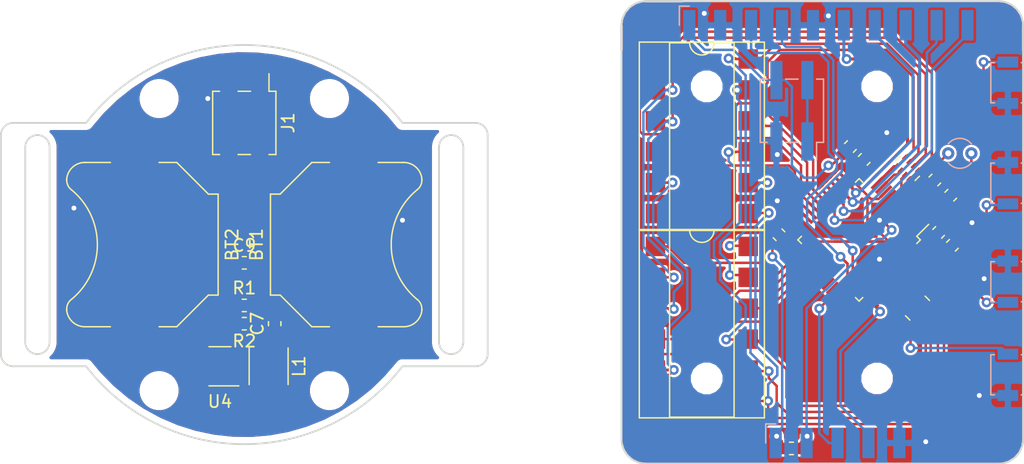
<source format=kicad_pcb>
(kicad_pcb (version 20171130) (host pcbnew "(5.0.0)")
  (layers (0 F.Cu signal hide) (31 B.Cu signal hide) (34 B.Paste user hide) (35 F.Paste user hide) (36 B.SilkS user) (37 F.SilkS user) (38 B.Mask user hide) (39 F.Mask user hide) (44 Edge.Cuts user))
  (net 0 "")
  (net 1 GND)
  (net 2 +BATT)
  (net 3 +3V3)
  (net 4 /RTC_XTAL_IN)
  (net 5 /RTC_XTAL_OUT)
  (net 6 /SWDCLK)
  (net 7 /SWDIO)
  (net 8 "Net-(L1-Pad2)")
  (net 9 "Net-(R1-Pad2)")
  (net 10 /SEGA)
  (net 11 /SEGB)
  (net 12 /SEGD)
  (net 13 /SEGC)
  (net 14 /IOSEGA)
  (net 15 /IOSEGC)
  (net 16 /IOSEGB)
  (net 17 /IOSEGD)
  (net 18 /IOSEGDP)
  (net 19 /IOSEGF)
  (net 20 /IOSEGG)
  (net 21 /IOSEGE)
  (net 22 /SEGG)
  (net 23 /SEGDP)
  (net 24 /SEGF)
  (net 25 /SEGE)
  (net 26 /BUTTON1)
  (net 27 /BUTTON2)
  (net 28 /BUTTON3)
  (net 29 /BUTTON4)
  (net 30 /DIS1)
  (net 31 /DIS3)
  (net 32 /DIS2)
  (net 33 /DIS4)
  (net 34 /DIS8)
  (net 35 /DIS6)
  (net 36 /DIS7)
  (net 37 /DIS5)
  (net 38 "Net-(U3-Pad16)")
  (net 39 "Net-(U3-Pad17)")
  (net 40 "Net-(U3-Pad29)")
  (net 41 "Net-(U3-Pad30)")
  (net 42 "Net-(U3-Pad31)")
  (net 43 "Net-(U3-Pad32)")
  (net 44 "Net-(U3-Pad33)")
  (net 45 /I2C1_SCL)
  (net 46 /I2C1_SDA)
  (net 47 "Net-(U3-Pad38)")
  (net 48 /BOOT0)
  (net 49 /RESET)
  (net 50 "Net-(U3-Pad22)")
  (module Button_Switch_SMD:SW_SPST_B3U-3000P (layer B.Cu) (at 158.75 82.05 270)
    (fp_text reference SW3 hide)
    (fp_text value SW_Push)
    (pad 2 smd rect (at 1.7 0 270) (size 0.9 1.7) (layers B.Cu B.Paste B.Mask) (net 28 /BUTTON3))
    (pad 1 smd rect (at -1.7 0 270) (size 0.9 1.7) (layers B.Cu B.Paste B.Mask) (net 1 GND))
  )
  (module Button_Switch_SMD:SW_SPST_B3U-3000P (layer B.Cu) (at 158.75 73.95 270)
    (fp_text reference SW2 hide)
    (fp_text value SW_Push)
    (pad 2 smd rect (at 1.7 0 270) (size 0.9 1.7) (layers B.Cu B.Paste B.Mask) (net 27 /BUTTON2))
    (pad 1 smd rect (at -1.7 0 270) (size 0.9 1.7) (layers B.Cu B.Paste B.Mask) (net 1 GND))
  )
  (module Buttons_Switches_SMD:SW_SPST_B3U-3000P (layer B.Cu) (at 158.75 65.7 90)
    (fp_text reference SW1 hide)
    (fp_text value SW_Push)
    (pad 1 smd rect (at -1.7 0 90) (size 0.9 1.7) (layers B.Cu B.Paste B.Mask) (net 1 GND))
    (pad 2 smd rect (at 1.7 0 90) (size 0.9 1.7) (layers B.Cu B.Paste B.Mask) (net 26 /BUTTON1))
  )
  (module Connector_Harwin:Harwin_M20-89010xx_1x10_P2.54mm_Horizontal (layer B.Cu) (at 144 66.5 270)
    (fp_text reference J3 hide)
    (fp_text value Conn_01x05)
    (pad 10 smd rect (at -5.525 -11.43 270) (size 2.5 1) (layers B.Cu B.Paste B.Mask) (net 39 "Net-(U3-Pad17)"))
    (pad 9 smd rect (at -5.525 -8.89 270) (size 2.5 1) (layers B.Cu B.Paste B.Mask) (net 38 "Net-(U3-Pad16)"))
    (pad 8 smd rect (at -5.525 -6.35 270) (size 2.5 1) (layers B.Cu B.Paste B.Mask))
    (pad 7 smd rect (at -5.525 -3.81 270) (size 2.5 1) (layers B.Cu B.Paste B.Mask))
    (pad 6 smd rect (at -5.525 -1.27 270) (size 2.5 1) (layers B.Cu B.Paste B.Mask))
    (pad 5 smd rect (at -5.525 1.27 270) (size 2.5 1) (layers B.Cu B.Paste B.Mask) (net 1 GND))
    (pad 4 smd rect (at -5.525 3.81 270) (size 2.5 1) (layers B.Cu B.Paste B.Mask) (net 46 /I2C1_SDA))
    (pad 3 smd rect (at -5.525 6.35 270) (size 2.5 1) (layers B.Cu B.Paste B.Mask) (net 45 /I2C1_SCL))
    (pad 2 smd rect (at -5.525 8.89 270) (size 2.5 1) (layers B.Cu B.Paste B.Mask) (net 1 GND))
    (pad 1 smd rect (at -5.525 11.43 270) (size 2.5 1) (layers B.Cu B.Paste B.Mask) (net 3 +3V3))
  )
  (module Button_Switch_SMD:SW_SPST_B3U-3000P (layer B.Cu) (at 158.75 89.7 90)
    (fp_text reference SW4 hide)
    (fp_text value SW_Push)
    (pad 2 smd rect (at 1.7 0 90) (size 0.9 1.7) (layers B.Cu B.Paste B.Mask) (net 29 /BUTTON4))
    (pad 1 smd rect (at -1.7 0 90) (size 0.9 1.7) (layers B.Cu B.Paste B.Mask) (net 1 GND))
  )
  (module MountingHole:MountingHole_2.2mm_M2 (layer F.Cu) (at 148 90)
    (fp_text reference REF** hide)
    (fp_text value MountingHole_2.2mm_M2)
    (pad "" np_thru_hole circle (at 0 0) (size 2.2 2.2) (drill 2.2) (layers *.Cu *.Mask))
  )
  (module Package_QFP:LQFP-48_7x7mm_P0.5mm (layer F.Cu) (at 146.524416 78.613755 225)
    (fp_text reference U3 hide)
    (fp_text value STM32F030C8Tx)
    (pad 1 smd rect (at -4.35 -2.75 225) (size 1.3 0.25) (layers F.Cu F.Paste F.Mask) (net 3 +3V3))
    (pad e smd rect (at -4.35 -2.25 225) (size 1.3 0.25) (layers F.Cu F.Paste F.Mask) (net 26 /BUTTON1))
    (pad 3 smd rect (at -4.35 -1.749999 225) (size 1.3 0.25) (layers F.Cu F.Paste F.Mask) (net 4 /RTC_XTAL_IN))
    (pad 4 smd rect (at -4.35 -1.25 225) (size 1.3 0.25) (layers F.Cu F.Paste F.Mask) (net 5 /RTC_XTAL_OUT))
    (pad 5 smd rect (at -4.35 -0.750001 225) (size 1.3 0.25) (layers F.Cu F.Paste F.Mask) (net 14 /IOSEGA))
    (pad 6 smd rect (at -4.35 -0.25 225) (size 1.3 0.25) (layers F.Cu F.Paste F.Mask) (net 16 /IOSEGB))
    (pad 7 smd rect (at -4.35 0.25 225) (size 1.3 0.25) (layers F.Cu F.Paste F.Mask) (net 49 /RESET))
    (pad 8 smd rect (at -4.35 0.750001 225) (size 1.3 0.25) (layers F.Cu F.Paste F.Mask) (net 1 GND))
    (pad 9 smd rect (at -4.35 1.25 225) (size 1.3 0.25) (layers F.Cu F.Paste F.Mask) (net 3 +3V3))
    (pad 10 smd rect (at -4.35 1.749999 225) (size 1.3 0.25) (layers F.Cu F.Paste F.Mask) (net 15 /IOSEGC))
    (pad 11 smd rect (at -4.35 2.25 225) (size 1.3 0.25) (layers F.Cu F.Paste F.Mask) (net 17 /IOSEGD))
    (pad 12 smd rect (at -4.35 2.75 225) (size 1.3 0.25) (layers F.Cu F.Paste F.Mask))
    (pad 13 smd rect (at -2.75 4.35 315) (size 1.3 0.25) (layers F.Cu F.Paste F.Mask))
    (pad 14 smd rect (at -2.25 4.35 315) (size 1.3 0.25) (layers F.Cu F.Paste F.Mask))
    (pad 15 smd rect (at -1.749999 4.35 315) (size 1.3 0.25) (layers F.Cu F.Paste F.Mask))
    (pad 16 smd rect (at -1.25 4.35 315) (size 1.3 0.25) (layers F.Cu F.Paste F.Mask) (net 38 "Net-(U3-Pad16)"))
    (pad 17 smd rect (at -0.750001 4.35 315) (size 1.3 0.25) (layers F.Cu F.Paste F.Mask) (net 39 "Net-(U3-Pad17)"))
    (pad 18 smd rect (at -0.25 4.35 315) (size 1.3 0.25) (layers F.Cu F.Paste F.Mask) (net 30 /DIS1))
    (pad 19 smd rect (at 0.25 4.35 315) (size 1.3 0.25) (layers F.Cu F.Paste F.Mask) (net 32 /DIS2))
    (pad 20 smd rect (at 0.750001 4.35 315) (size 1.3 0.25) (layers F.Cu F.Paste F.Mask) (net 31 /DIS3))
    (pad 21 smd rect (at 1.25 4.35 315) (size 1.3 0.25) (layers F.Cu F.Paste F.Mask) (net 33 /DIS4))
    (pad 22 smd rect (at 1.749999 4.35 315) (size 1.3 0.25) (layers F.Cu F.Paste F.Mask) (net 50 "Net-(U3-Pad22)"))
    (pad 23 smd rect (at 2.25 4.35 315) (size 1.3 0.25) (layers F.Cu F.Paste F.Mask) (net 1 GND))
    (pad 24 smd rect (at 2.75 4.35 315) (size 1.3 0.25) (layers F.Cu F.Paste F.Mask) (net 3 +3V3))
    (pad 25 smd rect (at 4.35 2.75 225) (size 1.3 0.25) (layers F.Cu F.Paste F.Mask) (net 37 /DIS5))
    (pad 26 smd rect (at 4.35 2.25 225) (size 1.3 0.25) (layers F.Cu F.Paste F.Mask) (net 36 /DIS7))
    (pad 27 smd rect (at 4.35 1.749999 225) (size 1.3 0.25) (layers F.Cu F.Paste F.Mask) (net 35 /DIS6))
    (pad 28 smd rect (at 4.35 1.25 225) (size 1.3 0.25) (layers F.Cu F.Paste F.Mask) (net 34 /DIS8))
    (pad 29 smd rect (at 4.35 0.750001 225) (size 1.3 0.25) (layers F.Cu F.Paste F.Mask) (net 40 "Net-(U3-Pad29)"))
    (pad 30 smd rect (at 4.35 0.25 225) (size 1.3 0.25) (layers F.Cu F.Paste F.Mask) (net 41 "Net-(U3-Pad30)"))
    (pad 31 smd rect (at 4.35 -0.25 225) (size 1.3 0.25) (layers F.Cu F.Paste F.Mask) (net 42 "Net-(U3-Pad31)"))
    (pad 32 smd rect (at 4.35 -0.750001 225) (size 1.3 0.25) (layers F.Cu F.Paste F.Mask) (net 43 "Net-(U3-Pad32)"))
    (pad 33 smd rect (at 4.35 -1.25 225) (size 1.3 0.25) (layers F.Cu F.Paste F.Mask) (net 44 "Net-(U3-Pad33)"))
    (pad 34 smd rect (at 4.35 -1.749999 225) (size 1.3 0.25) (layers F.Cu F.Paste F.Mask) (net 7 /SWDIO))
    (pad 35 smd rect (at 4.35 -2.25 225) (size 1.3 0.25) (layers F.Cu F.Paste F.Mask) (net 45 /I2C1_SCL))
    (pad 36 smd rect (at 4.35 -2.75 225) (size 1.3 0.25) (layers F.Cu F.Paste F.Mask) (net 46 /I2C1_SDA))
    (pad 37 smd rect (at 2.75 -4.35 315) (size 1.3 0.25) (layers F.Cu F.Paste F.Mask) (net 6 /SWDCLK))
    (pad 38 smd rect (at 2.25 -4.35 315) (size 1.3 0.25) (layers F.Cu F.Paste F.Mask) (net 47 "Net-(U3-Pad38)"))
    (pad 39 smd rect (at 1.749999 -4.35 315) (size 1.3 0.25) (layers F.Cu F.Paste F.Mask) (net 29 /BUTTON4))
    (pad 40 smd rect (at 1.25 -4.35 315) (size 1.3 0.25) (layers F.Cu F.Paste F.Mask) (net 21 /IOSEGE))
    (pad 41 smd rect (at 0.750001 -4.35 315) (size 1.3 0.25) (layers F.Cu F.Paste F.Mask) (net 19 /IOSEGF))
    (pad 42 smd rect (at 0.25 -4.35 315) (size 1.3 0.25) (layers F.Cu F.Paste F.Mask) (net 20 /IOSEGG))
    (pad 43 smd rect (at -0.25 -4.35 315) (size 1.3 0.25) (layers F.Cu F.Paste F.Mask) (net 18 /IOSEGDP))
    (pad 44 smd rect (at -0.750001 -4.35 315) (size 1.3 0.25) (layers F.Cu F.Paste F.Mask) (net 48 /BOOT0))
    (pad 45 smd rect (at -1.25 -4.35 315) (size 1.3 0.25) (layers F.Cu F.Paste F.Mask) (net 28 /BUTTON3))
    (pad 46 smd rect (at -1.749999 -4.35 315) (size 1.3 0.25) (layers F.Cu F.Paste F.Mask) (net 27 /BUTTON2))
    (pad 47 smd rect (at -2.25 -4.35 315) (size 1.3 0.25) (layers F.Cu F.Paste F.Mask) (net 1 GND))
    (pad 48 smd rect (at -2.75 -4.35 315) (size 1.3 0.25) (layers F.Cu F.Paste F.Mask) (net 3 +3V3))
  )
  (module Package_DIP:DIP-12_W7.62mm_SMDSocket_SmallPads (layer F.Cu) (at 133.6 85.5)
    (fp_text reference U2 hide)
    (fp_text value RedRetroBubbleDisplay)
    (pad 1 smd rect (at -3.81 -6.35) (size 1.6 1.6) (layers F.Cu F.Paste F.Mask) (net 37 /DIS5))
    (pad 7 smd rect (at 3.81 6.35) (size 1.6 1.6) (layers F.Cu F.Paste F.Mask) (net 22 /SEGG))
    (pad 2 smd rect (at -3.81 -3.81) (size 1.6 1.6) (layers F.Cu F.Paste F.Mask) (net 25 /SEGE))
    (pad 8 smd rect (at 3.81 3.81) (size 1.6 1.6) (layers F.Cu F.Paste F.Mask) (net 12 /SEGD))
    (pad 3 smd rect (at -3.81 -1.27) (size 1.6 1.6) (layers F.Cu F.Paste F.Mask) (net 13 /SEGC))
    (pad 9 smd rect (at 3.81 1.27) (size 1.6 1.6) (layers F.Cu F.Paste F.Mask) (net 24 /SEGF))
    (pad 4 smd rect (at -3.81 1.27) (size 1.6 1.6) (layers F.Cu F.Paste F.Mask) (net 36 /DIS7))
    (pad 10 smd rect (at 3.81 -1.27) (size 1.6 1.6) (layers F.Cu F.Paste F.Mask) (net 35 /DIS6))
    (pad 5 smd rect (at -3.81 3.81) (size 1.6 1.6) (layers F.Cu F.Paste F.Mask) (net 23 /SEGDP))
    (pad 11 smd rect (at 3.81 -3.81) (size 1.6 1.6) (layers F.Cu F.Paste F.Mask) (net 11 /SEGB))
    (pad 6 smd rect (at -3.81 6.35) (size 1.6 1.6) (layers F.Cu F.Paste F.Mask) (net 34 /DIS8))
    (pad 12 smd rect (at 3.81 -6.35) (size 1.6 1.6) (layers F.Cu F.Paste F.Mask) (net 10 /SEGA))
  )
  (module Resistor_SMD:R_Array_Concave_4x0402 (layer F.Cu) (at 151.323223 84.21967 315)
    (fp_text reference RN2 hide)
    (fp_text value 220R)
    (pad 5 smd rect (at 0.499999 0.75 315) (size 0.5 0.32) (layers F.Cu F.Paste F.Mask) (net 24 /SEGF))
    (pad 6 smd rect (at 0.5 0.25 315) (size 0.5 0.32) (layers F.Cu F.Paste F.Mask) (net 12 /SEGD))
    (pad 8 smd rect (at 0.499999 -0.75 315) (size 0.5 0.32) (layers F.Cu F.Paste F.Mask) (net 23 /SEGDP))
    (pad 7 smd rect (at 0.5 -0.25 315) (size 0.5 0.32) (layers F.Cu F.Paste F.Mask) (net 22 /SEGG))
    (pad 4 smd rect (at -0.499999 0.75 315) (size 0.5 0.32) (layers F.Cu F.Paste F.Mask) (net 21 /IOSEGE))
    (pad 2 smd rect (at -0.5 -0.25 315) (size 0.5 0.32) (layers F.Cu F.Paste F.Mask) (net 20 /IOSEGG))
    (pad 3 smd rect (at -0.5 0.25 315) (size 0.5 0.32) (layers F.Cu F.Paste F.Mask) (net 19 /IOSEGF))
    (pad 1 smd rect (at -0.499999 -0.75 315) (size 0.5 0.32) (layers F.Cu F.Paste F.Mask) (net 18 /IOSEGDP))
  )
  (module Crystal:Crystal_C26-LF_D2.1mm_L6.5mm_Vertical (layer B.Cu) (at 155.75 71.5 180)
    (fp_text reference Y1 hide)
    (fp_text value Crystal)
    (pad 2 thru_hole circle (at 1.9 0 180) (size 1 1) (drill 0.5) (layers *.Cu *.Mask) (net 5 /RTC_XTAL_OUT))
    (pad 1 thru_hole circle (at 0 0 180) (size 1 1) (drill 0.5) (layers *.Cu *.Mask) (net 4 /RTC_XTAL_IN))
  )
  (module Connector_PinHeader_2.54mm:PinHeader_2x02_P2.54mm_Vertical_SMD (layer B.Cu) (at 141 68 90)
    (fp_text reference J2 hide)
    (fp_text value Conn_02x02_Counter_Clockwise)
    (pad 1 smd rect (at -2.525 1.27 90) (size 3.15 1) (layers B.Cu B.Paste B.Mask) (net 2 +BATT))
    (pad 2 smd rect (at 2.525 1.27 90) (size 3.15 1) (layers B.Cu B.Paste B.Mask) (net 2 +BATT))
    (pad 3 smd rect (at -2.525 -1.27 90) (size 3.15 1) (layers B.Cu B.Paste B.Mask) (net 1 GND))
    (pad 4 smd rect (at 2.525 -1.27 90) (size 3.15 1) (layers B.Cu B.Paste B.Mask) (net 3 +3V3))
  )
  (module Week4BUBBLEWATCH:DIP-12_W7.62mm_SMDSocket_SmallPads (layer F.Cu) (at 133.6 70.1)
    (fp_text reference U1 hide)
    (fp_text value RedRetroBubbleDisplay)
    (pad 12 smd rect (at 3.81 -6.35) (size 1.6 1.6) (layers F.Cu F.Paste F.Mask) (net 10 /SEGA))
    (pad 6 smd rect (at -3.81 6.35) (size 1.6 1.6) (layers F.Cu F.Paste F.Mask) (net 33 /DIS4))
    (pad 11 smd rect (at 3.81 -3.81) (size 1.6 1.6) (layers F.Cu F.Paste F.Mask) (net 11 /SEGB))
    (pad 5 smd rect (at -3.81 3.81) (size 1.6 1.6) (layers F.Cu F.Paste F.Mask) (net 23 /SEGDP))
    (pad 10 smd rect (at 3.81 -1.27) (size 1.6 1.6) (layers F.Cu F.Paste F.Mask) (net 32 /DIS2))
    (pad 4 smd rect (at -3.81 1.27) (size 1.6 1.6) (layers F.Cu F.Paste F.Mask) (net 31 /DIS3))
    (pad 9 smd rect (at 3.81 1.27) (size 1.6 1.6) (layers F.Cu F.Paste F.Mask) (net 24 /SEGF))
    (pad 3 smd rect (at -3.81 -1.27) (size 1.6 1.6) (layers F.Cu F.Paste F.Mask) (net 13 /SEGC))
    (pad 8 smd rect (at 3.81 3.81) (size 1.6 1.6) (layers F.Cu F.Paste F.Mask) (net 12 /SEGD))
    (pad 2 smd rect (at -3.81 -3.81) (size 1.6 1.6) (layers F.Cu F.Paste F.Mask) (net 25 /SEGE))
    (pad 7 smd rect (at 3.81 6.35) (size 1.6 1.6) (layers F.Cu F.Paste F.Mask) (net 22 /SEGG))
    (pad 1 smd rect (at -3.81 -6.35) (size 1.6 1.6) (layers F.Cu F.Paste F.Mask) (net 30 /DIS1))
  )
  (module MountingHole:MountingHole_2.2mm_M2 (layer F.Cu) (at 134 90)
    (fp_text reference REF** hide)
    (fp_text value MountingHole_2.2mm_M2)
    (pad "" np_thru_hole circle (at 0 0) (size 2.2 2.2) (drill 2.2) (layers *.Cu *.Mask))
  )
  (module Connector_Harwin:Harwin_M20-89005xx_1x05_P2.54mm_Horizontal (layer B.Cu) (at 144.75 95.75 270)
    (fp_text reference J3 hide)
    (fp_text value Conn_01x05)
    (pad 1 smd rect (at -0.445 5.08 270) (size 2.5 1) (layers B.Cu B.Paste B.Mask) (net 3 +3V3))
    (pad 2 smd rect (at -0.445 2.54 270) (size 2.5 1) (layers B.Cu B.Paste B.Mask) (net 49 /RESET))
    (pad 3 smd rect (at -0.445 0 270) (size 2.5 1) (layers B.Cu B.Paste B.Mask) (net 7 /SWDIO))
    (pad 4 smd rect (at -0.445 -2.54 270) (size 2.5 1) (layers B.Cu B.Paste B.Mask) (net 6 /SWDCLK))
    (pad 5 smd rect (at -0.445 -5.08 270) (size 2.5 1) (layers B.Cu B.Paste B.Mask) (net 1 GND))
  )
  (module MountingHole:MountingHole_2.2mm_M2 (layer F.Cu) (at 148 66)
    (fp_text reference REF** hide)
    (fp_text value MountingHole_2.2mm_M2)
    (pad "" np_thru_hole circle (at 0 0) (size 2.2 2.2) (drill 2.2) (layers *.Cu *.Mask))
  )
  (module MountingHole:MountingHole_2.2mm_M2 (layer F.Cu) (at 134 66)
    (fp_text reference REF** hide)
    (fp_text value MountingHole_2.2mm_M2)
    (pad 1 np_thru_hole circle (at 0 0) (size 2.2 2.2) (drill 2.2) (layers *.Cu *.Mask))
  )
  (module MountingHole:MountingHole_2.2mm_M2 (layer F.Cu) (at 89 67)
    (fp_text reference REF** hide)
    (fp_text value MountingHole_2.2mm_M2)
    (pad 1 np_thru_hole circle (at 0 0) (size 2.2 2.2) (drill 2.2) (layers *.Cu *.Mask))
  )
  (module MountingHole:MountingHole_2.2mm_M2 (layer F.Cu) (at 103 67)
    (fp_text reference REF** hide)
    (fp_text value MountingHole_2.2mm_M2)
    (pad 1 np_thru_hole circle (at 0 0) (size 2.2 2.2) (drill 2.2) (layers *.Cu *.Mask))
  )
  (module MountingHole:MountingHole_2.2mm_M2 (layer F.Cu) (at 103 91)
    (fp_text reference REF** hide)
    (fp_text value MountingHole_2.2mm_M2)
    (pad "" np_thru_hole circle (at 0 0) (size 2.2 2.2) (drill 2.2) (layers *.Cu *.Mask))
  )
  (module MountingHole:MountingHole_2.2mm_M2 (layer F.Cu) (at 89 91)
    (fp_text reference REF** hide)
    (fp_text value MountingHole_2.2mm_M2)
    (pad 1 np_thru_hole circle (at 0 0) (size 2.2 2.2) (drill 2.2) (layers *.Cu *.Mask))
  )
  (module Battery:BatteryHolder_Keystone_3000_1x12mm (layer F.Cu) (at 105 79 90)
    (fp_text reference BT1 (at 0 -8 90) (layer F.SilkS))
    (fp_text value Battery_Cell)
    (pad 1 smd rect (at -7.9 0 90) (size 3.5 3.3) (layers F.Cu F.Paste F.Mask) (net 2 +BATT))
    (pad 1 smd rect (at 7.9 0 90) (size 3.5 3.3) (layers F.Cu F.Paste F.Mask) (net 2 +BATT))
    (pad 2 smd rect (at 0 0 90) (size 4 4) (layers F.Cu F.Mask) (net 1 GND))
  )
  (module Battery:BatteryHolder_Keystone_3000_1x12mm (layer F.Cu) (at 87 79 270)
    (fp_text reference BT2 (at 0 -8 270) (layer F.SilkS))
    (fp_text value Battery_Cell)
    (pad 2 smd rect (at 0 0 270) (size 4 4) (layers F.Cu F.Mask) (net 1 GND))
    (pad 1 smd rect (at 7.9 0 270) (size 3.5 3.3) (layers F.Cu F.Paste F.Mask) (net 2 +BATT))
    (pad 1 smd rect (at -7.9 0 270) (size 3.5 3.3) (layers F.Cu F.Paste F.Mask) (net 2 +BATT))
  )
  (module Capacitor_SMD:C_0603_1608Metric (layer F.Cu) (at 145.806847 70.943153 45)
    (fp_text reference C1 hide)
    (fp_text value 4.7uF)
    (pad 1 smd roundrect (at -0.787501 0 45) (size 0.875 0.95) (layers F.Cu F.Paste F.Mask) (net 3 +3V3))
    (pad 2 smd roundrect (at 0.787501 0 45) (size 0.875 0.95) (layers F.Cu F.Paste F.Mask) (net 1 GND))
  )
  (module Capacitor_SMD:C_0603_1608Metric (layer F.Cu) (at 154.193153 79.056847 45)
    (fp_text reference C2 hide)
    (fp_text value 100nF)
    (pad 1 smd roundrect (at -0.787501 0 45) (size 0.875 0.95) (layers F.Cu F.Paste F.Mask) (net 3 +3V3))
    (pad 2 smd roundrect (at 0.787501 0 45) (size 0.875 0.95) (layers F.Cu F.Paste F.Mask) (net 1 GND))
  )
  (module Capacitor_SMD:C_0603_1608Metric (layer F.Cu) (at 139.943153 78.193153 135)
    (fp_text reference C3 hide)
    (fp_text value 100nF)
    (pad 2 smd roundrect (at 0.787501 0 135) (size 0.875 0.95) (layers F.Cu F.Paste F.Mask) (net 1 GND))
    (pad 1 smd roundrect (at -0.787501 0 135) (size 0.875 0.95) (layers F.Cu F.Paste F.Mask) (net 3 +3V3))
  )
  (module Capacitor_SMD:C_0603_1608Metric (layer F.Cu) (at 146.943153 72 45)
    (fp_text reference C4 hide)
    (fp_text value 10nF)
    (pad 1 smd roundrect (at -0.787501 0 45) (size 0.875 0.95) (layers F.Cu F.Paste F.Mask) (net 3 +3V3))
    (pad 2 smd roundrect (at 0.787501 0 45) (size 0.875 0.95) (layers F.Cu F.Paste F.Mask) (net 1 GND))
  )
  (module Capacitor_SMD:C_0603_1608Metric (layer F.Cu) (at 153.056847 78 45)
    (fp_text reference C5 hide)
    (fp_text value 1uF)
    (pad 2 smd roundrect (at 0.787501 0 45) (size 0.875 0.95) (layers F.Cu F.Paste F.Mask) (net 1 GND))
    (pad 1 smd roundrect (at -0.787501 0 45) (size 0.875 0.95) (layers F.Cu F.Paste F.Mask) (net 3 +3V3))
  )
  (module Capacitor_SMD:C_0603_1608Metric (layer F.Cu) (at 154.056847 74.943153 45)
    (fp_text reference C6 hide)
    (fp_text value 12pF)
    (pad 1 smd roundrect (at -0.787501 0 45) (size 0.875 0.95) (layers F.Cu F.Paste F.Mask) (net 4 /RTC_XTAL_IN))
    (pad 2 smd roundrect (at 0.787501 0 45) (size 0.875 0.95) (layers F.Cu F.Paste F.Mask) (net 1 GND))
  )
  (module Capacitor_SMD:C_0603_1608Metric (layer F.Cu) (at 98.5 85.5 90)
    (fp_text reference C7 (at 0 -1.43 90) (layer F.SilkS))
    (fp_text value 4.7uF)
    (pad 1 smd roundrect (at -0.7875 0 90) (size 0.875 0.95) (layers F.Cu F.Paste F.Mask) (net 2 +BATT))
    (pad 2 smd roundrect (at 0.7875 0 90) (size 0.875 0.95) (layers F.Cu F.Paste F.Mask) (net 1 GND))
  )
  (module Capacitor_SMD:C_0603_1608Metric (layer F.Cu) (at 152.75 73.693153 45)
    (fp_text reference C8 hide)
    (fp_text value 12pF)
    (pad 2 smd roundrect (at 0.787501 0 45) (size 0.875 0.95) (layers F.Cu F.Paste F.Mask) (net 1 GND))
    (pad 1 smd roundrect (at -0.787501 0 45) (size 0.875 0.95) (layers F.Cu F.Paste F.Mask) (net 5 /RTC_XTAL_OUT))
  )
  (module Capacitor_SMD:C_0603_1608Metric (layer F.Cu) (at 96 80.5)
    (fp_text reference C9 (at 0 -1.43) (layer F.SilkS))
    (fp_text value 10uF)
    (pad 2 smd roundrect (at 0.7875 0) (size 0.875 0.95) (layers F.Cu F.Paste F.Mask) (net 1 GND))
    (pad 1 smd roundrect (at -0.7875 0) (size 0.875 0.95) (layers F.Cu F.Paste F.Mask) (net 3 +3V3))
  )
  (module Inductor_SMD:L_Taiyo-Yuden_NR-30xx (layer F.Cu) (at 98 89 270)
    (fp_text reference L1 (at 0 -2.5 270) (layer F.SilkS))
    (fp_text value 4.7uH)
    (pad 1 smd rect (at -1.1 0 270) (size 0.8 2.9) (layers F.Cu F.Paste F.Mask) (net 2 +BATT))
    (pad 2 smd rect (at 1.1 0 270) (size 0.8 2.9) (layers F.Cu F.Paste F.Mask) (net 8 "Net-(L1-Pad2)"))
  )
  (module Resistor_SMD:R_0603_1608Metric (layer F.Cu) (at 96 84)
    (fp_text reference R1 (at 0 -1.43) (layer F.SilkS))
    (fp_text value 330K)
    (pad 1 smd roundrect (at -0.7875 0) (size 0.875 0.95) (layers F.Cu F.Paste F.Mask) (net 3 +3V3))
    (pad 2 smd roundrect (at 0.7875 0) (size 0.875 0.95) (layers F.Cu F.Paste F.Mask) (net 9 "Net-(R1-Pad2)"))
  )
  (module Resistor_SMD:R_0603_1608Metric (layer F.Cu) (at 96 85.5 180)
    (fp_text reference R2 (at 0 -1.43 180) (layer F.SilkS))
    (fp_text value 200k)
    (pad 2 smd roundrect (at 0.7875 0 180) (size 0.875 0.95) (layers F.Cu F.Paste F.Mask) (net 1 GND))
    (pad 1 smd roundrect (at -0.7875 0 180) (size 0.875 0.95) (layers F.Cu F.Paste F.Mask) (net 9 "Net-(R1-Pad2)"))
  )
  (module Resistor_SMD:R_0603_1608Metric (layer F.Cu) (at 140.962499 95.75)
    (fp_text reference R3 hide)
    (fp_text value 10k)
    (pad 1 smd roundrect (at -0.787501 0) (size 0.875 0.95) (layers F.Cu F.Paste F.Mask) (net 3 +3V3))
    (pad 2 smd roundrect (at 0.787501 0) (size 0.875 0.95) (layers F.Cu F.Paste F.Mask) (net 49 /RESET))
  )
  (module Resistor_SMD:R_Array_Concave_4x0402 (layer F.Cu) (at 150.5 72.75 45)
    (fp_text reference RN1 hide)
    (fp_text value 220R)
    (pad 1 smd rect (at -0.499999 -0.75 45) (size 0.5 0.32) (layers F.Cu F.Paste F.Mask) (net 17 /IOSEGD))
    (pad 3 smd rect (at -0.5 0.25 45) (size 0.5 0.32) (layers F.Cu F.Paste F.Mask) (net 16 /IOSEGB))
    (pad 2 smd rect (at -0.5 -0.25 45) (size 0.5 0.32) (layers F.Cu F.Paste F.Mask) (net 15 /IOSEGC))
    (pad 4 smd rect (at -0.499999 0.75 45) (size 0.5 0.32) (layers F.Cu F.Paste F.Mask) (net 14 /IOSEGA))
    (pad 7 smd rect (at 0.5 -0.25 45) (size 0.5 0.32) (layers F.Cu F.Paste F.Mask) (net 10 /SEGA))
    (pad 8 smd rect (at 0.499999 -0.75 45) (size 0.5 0.32) (layers F.Cu F.Paste F.Mask) (net 11 /SEGB))
    (pad 6 smd rect (at 0.5 0.25 45) (size 0.5 0.32) (layers F.Cu F.Paste F.Mask) (net 13 /SEGC))
    (pad 5 smd rect (at 0.499999 0.75 45) (size 0.5 0.32) (layers F.Cu F.Paste F.Mask) (net 25 /SEGE))
  )
  (module Package_TO_SOT_SMD:SOT-23-6 (layer F.Cu) (at 94 89 180)
    (fp_text reference U4 (at 0 -2.9 180) (layer F.SilkS))
    (fp_text value MCP1640BCH)
    (pad 1 smd rect (at -1.1 -0.95 180) (size 1.06 0.65) (layers F.Cu F.Paste F.Mask) (net 8 "Net-(L1-Pad2)"))
    (pad 2 smd rect (at -1.1 0 180) (size 1.06 0.65) (layers F.Cu F.Paste F.Mask) (net 1 GND))
    (pad 3 smd rect (at -1.1 0.95 180) (size 1.06 0.65) (layers F.Cu F.Paste F.Mask) (net 2 +BATT))
    (pad 4 smd rect (at 1.1 0.95 180) (size 1.06 0.65) (layers F.Cu F.Paste F.Mask) (net 9 "Net-(R1-Pad2)"))
    (pad 6 smd rect (at 1.1 -0.95 180) (size 1.06 0.65) (layers F.Cu F.Paste F.Mask) (net 2 +BATT))
    (pad 5 smd rect (at 1.1 0 180) (size 1.06 0.65) (layers F.Cu F.Paste F.Mask) (net 3 +3V3))
  )
  (module Connector_PinHeader_2.54mm:PinHeader_2x02_P2.54mm_Vertical_SMD (layer F.Cu) (at 96 69 270)
    (fp_text reference J1 (at 0 -3.6 270) (layer F.SilkS))
    (fp_text value Conn_02x02_Counter_Clockwise)
    (pad 4 smd rect (at 2.525 1.27 270) (size 3.15 1) (layers F.Cu F.Paste F.Mask) (net 3 +3V3))
    (pad 3 smd rect (at -2.525 1.27 270) (size 3.15 1) (layers F.Cu F.Paste F.Mask) (net 1 GND))
    (pad 2 smd rect (at 2.525 -1.27 270) (size 3.15 1) (layers F.Cu F.Paste F.Mask) (net 2 +BATT))
    (pad 1 smd rect (at -2.525 -1.27 270) (size 3.15 1) (layers F.Cu F.Paste F.Mask) (net 2 +BATT))
  )
  (gr_line (start 160 61) (end 160 63) (layer Edge.Cuts) (width 0.2))
  (gr_line (start 127 61) (end 127 63) (layer Edge.Cuts) (width 0.2))
  (gr_line (start 129 59) (end 132 59) (layer Edge.Cuts) (width 0.2))
  (gr_arc (start 158 61) (end 160 61) (angle -90) (layer Edge.Cuts) (width 0.15))
  (gr_arc (start 158 95) (end 158 97) (angle -90) (layer Edge.Cuts) (width 0.15))
  (gr_arc (start 129 95) (end 127 95) (angle -90) (layer Edge.Cuts) (width 0.15))
  (gr_arc (start 129 61) (end 129 59) (angle -90) (layer Edge.Cuts) (width 0.15))
  (gr_line (start 158 59) (end 132 59) (layer Edge.Cuts) (width 0.15))
  (gr_line (start 129 97) (end 158 97) (layer Edge.Cuts) (width 0.15))
  (gr_line (start 127 63) (end 127 95) (layer Edge.Cuts) (width 0.15))
  (gr_line (start 160 63) (end 160 95) (layer Edge.Cuts) (width 0.15))
  (gr_arc (start 115 88) (end 115 89) (angle -90) (layer Edge.Cuts) (width 0.15))
  (gr_line (start 116 88) (end 116 75) (layer Edge.Cuts) (width 0.15))
  (gr_line (start 109 89) (end 115 89) (layer Edge.Cuts) (width 0.15))
  (gr_arc (start 115 70) (end 116 70) (angle -90) (layer Edge.Cuts) (width 0.15))
  (gr_line (start 116 70) (end 116 75) (layer Edge.Cuts) (width 0.15))
  (gr_line (start 109 69) (end 115 69) (layer Edge.Cuts) (width 0.15))
  (gr_line (start 83 69) (end 77 69) (layer Edge.Cuts) (width 0.15))
  (gr_arc (start 77 70) (end 77 69) (angle -90) (layer Edge.Cuts) (width 0.15))
  (gr_line (start 76 88) (end 76 70) (layer Edge.Cuts) (width 0.15))
  (gr_line (start 83 89) (end 77 89) (layer Edge.Cuts) (width 0.15))
  (gr_arc (start 77 88) (end 76 88) (angle -90) (layer Edge.Cuts) (width 0.15))
  (gr_arc (start 96 79) (end 83.000001 88.999999) (angle -104.8628159) (layer Edge.Cuts) (width 0.15))
  (gr_arc (start 96 79) (end 108.999999 69.000001) (angle -104.8628159) (layer Edge.Cuts) (width 0.15))
  (gr_arc (start 113 87) (end 112 87) (angle -180) (layer Edge.Cuts) (width 0.15))
  (gr_arc (start 113 71) (end 114 71) (angle -180) (layer Edge.Cuts) (width 0.15))
  (gr_line (start 114 87) (end 114 71) (layer Edge.Cuts) (width 0.15))
  (gr_line (start 112 71) (end 112 87) (layer Edge.Cuts) (width 0.15))
  (gr_arc (start 79 87) (end 78 87) (angle -180) (layer Edge.Cuts) (width 0.15))
  (gr_arc (start 79 71) (end 80 71) (angle -180) (layer Edge.Cuts) (width 0.15))
  (gr_line (start 78 87) (end 78 71) (layer Edge.Cuts) (width 0.15))
  (gr_line (start 80 71) (end 80 87) (layer Edge.Cuts) (width 0.15))
  (segment (start 148.15 90.35) (end 147.8 90.7) (width 0.2032) (layer B.Cu) (net 0))
  (segment (start 145.885534 75.5) (end 146 75.5) (width 0.25) (layer F.Cu) (net 0))
  (segment (start 146 75.5) (end 145.885534 75.5) (width 0.25) (layer F.Cu) (net 0))
  (via (at 146 75.5) (size 0.8) (drill 0.4) (layers F.Cu B.Cu) (net 0))
  (segment (start 144.800404 74.300404) (end 146 75.5) (width 0.25) (layer F.Cu) (net 0))
  (segment (start 144.685938 74.300404) (end 144.800404 74.300404) (width 0.25) (layer F.Cu) (net 0))
  (segment (start 150.35 62.475) (end 151.5 63.625) (width 0.25) (layer B.Cu) (net 0))
  (segment (start 150.35 60.975) (end 150.35 62.475) (width 0.25) (layer B.Cu) (net 0))
  (segment (start 151.5 63.625) (end 151.5 70.75) (width 0.25) (layer B.Cu) (net 0))
  (segment (start 151.5 70.75) (end 146.75 75.5) (width 0.25) (layer B.Cu) (net 0))
  (segment (start 146.75 75.5) (end 146 75.5) (width 0.25) (layer B.Cu) (net 0))
  (segment (start 146 75.5) (end 146 75.5) (width 0.25) (layer F.Cu) (net 0))
  (via (at 146 75.5) (size 0.8) (drill 0.4) (layers F.Cu B.Cu) (net 0))
  (via (at 146.25 74.75) (size 0.8) (drill 0.4) (layers F.Cu B.Cu) (net 0))
  (segment (start 146.25 74.75) (end 146.25 74.675) (width 0.25) (layer F.Cu) (net 0))
  (segment (start 146.25 74.675) (end 145.95 74.375) (width 0.25) (layer F.Cu) (net 0))
  (segment (start 145.95 74.375) (end 145.95 74.1) (width 0.25) (layer F.Cu) (net 0))
  (segment (start 145.923374 74.123626) (end 145.393045 73.593297) (width 0.25) (layer F.Cu) (net 0))
  (segment (start 145.926374 74.123626) (end 145.923374 74.123626) (width 0.25) (layer F.Cu) (net 0))
  (segment (start 145.95 74.1) (end 145.926374 74.123626) (width 0.25) (layer F.Cu) (net 0))
  (segment (start 146.5 74.75) (end 146.25 74.75) (width 0.25) (layer B.Cu) (net 0))
  (segment (start 150.925 70.325) (end 146.5 74.75) (width 0.25) (layer B.Cu) (net 0))
  (segment (start 150.95 70.325) (end 150.925 70.325) (width 0.25) (layer B.Cu) (net 0))
  (segment (start 150.95 64.865) (end 150.95 70.325) (width 0.25) (layer B.Cu) (net 0))
  (segment (start 147.81 60.975) (end 147.81 61.725) (width 0.25) (layer B.Cu) (net 0))
  (segment (start 147.81 61.725) (end 150.95 64.865) (width 0.25) (layer B.Cu) (net 0))
  (segment (start 147.655787 73.593297) (end 149 72.249084) (width 0.25) (layer F.Cu) (net 0))
  (segment (start 149 72.249084) (end 149.000916 72.249084) (width 0.25) (layer F.Cu) (net 0))
  (segment (start 149.000916 72.249084) (end 150.5 70.75) (width 0.25) (layer F.Cu) (net 0))
  (segment (start 150.5 70.75) (end 150.5 65.5) (width 0.25) (layer F.Cu) (net 0))
  (segment (start 150.5 65.5) (end 148.75 63.75) (width 0.25) (layer F.Cu) (net 0))
  (segment (start 148.75 63.75) (end 145.5 63.75) (width 0.25) (layer F.Cu) (net 0))
  (segment (start 145.5 63.75) (end 145.5 63.75) (width 0.25) (layer F.Cu) (net 0))
  (via (at 145.5 63.75) (size 0.8) (drill 0.4) (layers F.Cu B.Cu) (net 0))
  (segment (start 145.27 63.52) (end 145.5 63.75) (width 0.25) (layer B.Cu) (net 0))
  (segment (start 145.27 60.975) (end 145.27 63.52) (width 0.25) (layer B.Cu) (net 0))
  (via (at 139.8 71.6) (size 0.8) (drill 0.4) (layers F.Cu B.Cu) (net 1))
  (via (at 148.8 69.8) (size 0.8) (drill 0.4) (layers F.Cu B.Cu) (net 1))
  (via (at 133.8 60) (size 0.8) (drill 0.4) (layers F.Cu B.Cu) (net 1))
  (via (at 155.8 77.2) (size 0.8) (drill 0.4) (layers F.Cu B.Cu) (net 1))
  (via (at 148.2 77) (size 0.8) (drill 0.4) (layers F.Cu B.Cu) (net 1))
  (via (at 148.2 80.2) (size 0.8) (drill 0.4) (layers F.Cu B.Cu) (net 1))
  (via (at 139.8 75.4) (size 0.8) (drill 0.4) (layers F.Cu B.Cu) (net 1))
  (via (at 152 95.2) (size 0.8) (drill 0.4) (layers F.Cu B.Cu) (net 1))
  (via (at 156.4 91.4) (size 0.8) (drill 0.4) (layers F.Cu B.Cu) (net 1))
  (via (at 156.8 81.8) (size 0.8) (drill 0.4) (layers F.Cu B.Cu) (net 1))
  (via (at 144 60.2) (size 0.8) (drill 0.4) (layers F.Cu B.Cu) (net 1))
  (via (at 109 77) (size 0.8) (drill 0.4) (layers F.Cu B.Cu) (net 1))
  (via (at 82 76) (size 0.8) (drill 0.4) (layers F.Cu B.Cu) (net 1))
  (via (at 93 67) (size 0.8) (drill 0.4) (layers F.Cu B.Cu) (net 1))
  (segment (start 145.5 79) (end 146 79.5) (width 0.25) (layer B.Cu) (net 46))
  (via (at 146 79.5) (size 0.8) (drill 0.4) (layers F.Cu B.Cu) (net 46))
  (segment (start 105 71.1) (end 97.695 71.1) (width 1) (layer F.Cu) (net 2))
  (segment (start 97.695 71.1) (end 97.27 71.525) (width 1) (layer F.Cu) (net 2))
  (segment (start 89.154 86.868) (end 89.662 86.868) (width 0.25) (layer F.Cu) (net 2))
  (segment (start 89.122 86.9) (end 89.662 86.868) (width 0.25) (layer F.Cu) (net 2))
  (segment (start 88.932 86.9) (end 89.122 86.9) (width 1) (layer F.Cu) (net 2))
  (segment (start 91.948 89.916) (end 88.932 86.9) (width 1) (layer F.Cu) (net 2))
  (segment (start 88.932 86.9) (end 87 86.9) (width 0.25) (layer F.Cu) (net 2))
  (segment (start 92.086 89.916) (end 91.948 89.916) (width 0.25) (layer F.Cu) (net 2))
  (segment (start 92.9 89.95) (end 92.12 89.95) (width 0.25) (layer F.Cu) (net 2))
  (segment (start 92.12 89.95) (end 92.086 89.916) (width 0.25) (layer F.Cu) (net 2))
  (segment (start 98 87.9) (end 99.05 87.9) (width 0.25) (layer F.Cu) (net 2))
  (segment (start 95.1 88.05) (end 97.85 88.05) (width 0.25) (layer F.Cu) (net 2))
  (segment (start 97.85 88.05) (end 98 87.9) (width 0.25) (layer F.Cu) (net 2))
  (segment (start 142.27 67.2532) (end 142.27 70.525) (width 0.2032) (layer B.Cu) (net 2))
  (segment (start 142.27 65.475) (end 142.27 67.2532) (width 0.2032) (layer B.Cu) (net 2))
  (segment (start 93.6332 89.95) (end 94 89.5832) (width 0.2032) (layer F.Cu) (net 2))
  (segment (start 92.9 89.95) (end 93.6332 89.95) (width 0.2032) (layer F.Cu) (net 2))
  (segment (start 94.3668 88.05) (end 95.1 88.05) (width 0.2032) (layer F.Cu) (net 2))
  (segment (start 94 88.4168) (end 94.3668 88.05) (width 0.2032) (layer F.Cu) (net 2))
  (segment (start 94 89.5832) (end 94 88.4168) (width 0.2032) (layer F.Cu) (net 2))
  (segment (start 98.961612 85.825888) (end 98.5 86.2875) (width 0.2032) (layer F.Cu) (net 2))
  (segment (start 99.27661 85.51089) (end 98.961612 85.825888) (width 0.2032) (layer F.Cu) (net 2))
  (segment (start 99.27661 75.30981) (end 99.27661 85.51089) (width 0.2032) (layer F.Cu) (net 2))
  (segment (start 97.27 73.3032) (end 99.27661 75.30981) (width 0.2032) (layer F.Cu) (net 2))
  (segment (start 97.27 71.525) (end 97.27 73.3032) (width 0.2032) (layer F.Cu) (net 2))
  (segment (start 97.27 66.475) (end 97.27 71.525) (width 0.2032) (layer F.Cu) (net 2))
  (segment (start 95.25 74.168) (end 94.73 73.648) (width 0.25) (layer F.Cu) (net 3))
  (segment (start 95.25 80.5) (end 95.25 74.168) (width 0.25) (layer F.Cu) (net 3))
  (segment (start 94.73 73.648) (end 94.73 71.525) (width 0.25) (layer F.Cu) (net 3))
  (segment (start 95.25 84) (end 95.25 80.5) (width 0.25) (layer F.Cu) (net 3))
  (segment (start 91.44 86.614) (end 94.054 84) (width 0.25) (layer F.Cu) (net 3))
  (segment (start 94.054 84) (end 95.25 84) (width 0.25) (layer F.Cu) (net 3))
  (segment (start 91.44 88.32) (end 91.44 86.614) (width 0.25) (layer F.Cu) (net 3))
  (segment (start 92.9 89) (end 92.12 89) (width 0.25) (layer F.Cu) (net 3))
  (segment (start 92.12 89) (end 91.44 88.32) (width 0.25) (layer F.Cu) (net 3))
  (via (at 139.75 94.75) (size 0.8) (drill 0.4) (layers F.Cu B.Cu) (net 3))
  (segment (start 139.7 65) (end 139.7 65.565685) (width 0.2032) (layer B.Cu) (net 3))
  (segment (start 140.174998 95.174998) (end 139.75 94.75) (width 0.2032) (layer F.Cu) (net 3))
  (segment (start 140.174998 95.75) (end 140.174998 95.174998) (width 0.2032) (layer F.Cu) (net 3))
  (segment (start 153.556847 79.613694) (end 152.5 78.556847) (width 0.2032) (layer F.Cu) (net 3))
  (segment (start 153.636306 79.613694) (end 153.556847 79.613694) (width 0.2032) (layer F.Cu) (net 3))
  (segment (start 152.5 78.79) (end 151.544874 79.745126) (width 0.2032) (layer F.Cu) (net 3))
  (segment (start 152.5 78.556847) (end 152.5 78.79) (width 0.2032) (layer F.Cu) (net 3))
  (segment (start 152.5 78.43751) (end 151.544874 77.482384) (width 0.2032) (layer F.Cu) (net 3))
  (segment (start 152.5 78.556847) (end 152.5 78.43751) (width 0.2032) (layer F.Cu) (net 3))
  (segment (start 148.120404 75.25) (end 147.5 75.25) (width 0.2032) (layer F.Cu) (net 3))
  (segment (start 148.716447 74.653957) (end 148.120404 75.25) (width 0.2032) (layer F.Cu) (net 3))
  (segment (start 146.306847 72.556847) (end 145.25 71.5) (width 0.2032) (layer F.Cu) (net 3))
  (segment (start 146.386306 72.556847) (end 146.306847 72.556847) (width 0.2032) (layer F.Cu) (net 3))
  (segment (start 141.503958 77.746042) (end 140.5 78.75) (width 0.2032) (layer F.Cu) (net 3))
  (segment (start 141.503958 77.482384) (end 141.503958 77.746042) (width 0.2032) (layer F.Cu) (net 3))
  (segment (start 146.386306 74.136306) (end 146.386306 74) (width 0.2032) (layer F.Cu) (net 3))
  (segment (start 146.386306 74) (end 146.386306 72.556847) (width 0.2032) (layer F.Cu) (net 3))
  (segment (start 151.014545 78.012713) (end 150.987287 78.012713) (width 0.2032) (layer F.Cu) (net 3))
  (segment (start 151.544874 77.482384) (end 151.014545 78.012713) (width 0.2032) (layer F.Cu) (net 3))
  (segment (start 150.25 78.75) (end 144.5 78.75) (width 0.2032) (layer F.Cu) (net 3))
  (segment (start 150.987287 78.012713) (end 150.25 78.75) (width 0.2032) (layer F.Cu) (net 3))
  (segment (start 140.5 78.75) (end 144.5 78.75) (width 0.2032) (layer F.Cu) (net 3))
  (segment (start 140.4332 65.475) (end 141 66.0418) (width 0.2032) (layer B.Cu) (net 3))
  (segment (start 139.73 65.475) (end 140.4332 65.475) (width 0.2032) (layer B.Cu) (net 3))
  (segment (start 141 66.0418) (end 141 72.5) (width 0.2032) (layer B.Cu) (net 3))
  (segment (start 141 72.5) (end 142 73.5) (width 0.2032) (layer B.Cu) (net 3))
  (segment (start 142 73.5) (end 143 73.5) (width 0.2032) (layer B.Cu) (net 3))
  (segment (start 143 73.5) (end 144 72.5) (width 0.2032) (layer B.Cu) (net 3))
  (segment (start 144 72.5) (end 144 72.5) (width 0.2032) (layer B.Cu) (net 3))
  (via (at 144 72.5) (size 0.8) (drill 0.4) (layers F.Cu B.Cu) (net 3))
  (segment (start 144.25 72.5) (end 145.25 71.5) (width 0.2032) (layer F.Cu) (net 3))
  (segment (start 144 72.5) (end 144.25 72.5) (width 0.2032) (layer F.Cu) (net 3))
  (segment (start 144.75 78.75) (end 144.5 78.75) (width 0.2032) (layer F.Cu) (net 3))
  (segment (start 148.96163 78.75) (end 144.75 78.75) (width 0.2032) (layer F.Cu) (net 3))
  (segment (start 146.386306 72.556847) (end 146.386306 74.136306) (width 0.2032) (layer F.Cu) (net 3))
  (segment (start 147.21163 77) (end 148.96163 78.75) (width 0.2032) (layer F.Cu) (net 3))
  (segment (start 147.21163 74.96163) (end 146.75 74.5) (width 0.2032) (layer F.Cu) (net 3))
  (segment (start 147.21163 75.75) (end 147.21163 74.96163) (width 0.2032) (layer F.Cu) (net 3))
  (segment (start 146.386306 74.136306) (end 146.75 74.5) (width 0.2032) (layer F.Cu) (net 3))
  (segment (start 147.21163 75.75) (end 147.21163 77) (width 0.2032) (layer F.Cu) (net 3))
  (segment (start 147.21163 75.53837) (end 147.21163 75.75) (width 0.2032) (layer F.Cu) (net 3))
  (segment (start 147.21163 74.96163) (end 147.5 75.25) (width 0.2032) (layer F.Cu) (net 3))
  (segment (start 140.204811 94.020189) (end 140.204811 80.804811) (width 0.2032) (layer B.Cu) (net 3))
  (segment (start 139.67 95.305) (end 139.67 94.555) (width 0.2032) (layer B.Cu) (net 3))
  (segment (start 139.67 94.555) (end 140.204811 94.020189) (width 0.2032) (layer B.Cu) (net 3))
  (segment (start 140.204811 80.804811) (end 139.4 80) (width 0.2032) (layer B.Cu) (net 3))
  (segment (start 139.847986 78.75) (end 139.6 78.997986) (width 0.2032) (layer F.Cu) (net 3))
  (segment (start 140.5 78.75) (end 139.847986 78.75) (width 0.2032) (layer F.Cu) (net 3))
  (segment (start 139.6 78.997986) (end 139.6 79) (width 0.2032) (layer F.Cu) (net 3))
  (segment (start 139.6 79) (end 139.4 79.2) (width 0.2032) (layer F.Cu) (net 3))
  (segment (start 139.4 79.2) (end 139.4 80) (width 0.2032) (layer F.Cu) (net 3))
  (segment (start 139.4 80) (end 139.4 80) (width 0.2032) (layer B.Cu) (net 3))
  (via (at 139.4 80) (size 0.8) (drill 0.4) (layers F.Cu B.Cu) (net 3))
  (segment (start 133.843399 62.998399) (end 136.198399 62.998399) (width 0.2032) (layer B.Cu) (net 3))
  (segment (start 132.57 60.975) (end 132.57 61.725) (width 0.2032) (layer B.Cu) (net 3))
  (segment (start 132.57 61.725) (end 133.843399 62.998399) (width 0.2032) (layer B.Cu) (net 3))
  (segment (start 138.675 65.475) (end 139.73 65.475) (width 0.2032) (layer B.Cu) (net 3))
  (segment (start 136.198399 62.998399) (end 138.675 65.475) (width 0.2032) (layer B.Cu) (net 3))
  (segment (start 152.113044 75.5) (end 153.5 75.5) (width 0.2032) (layer F.Cu) (net 4))
  (segment (start 150.837767 76.775277) (end 152.113044 75.5) (width 0.2032) (layer F.Cu) (net 4))
  (segment (start 155.75 72.207106) (end 155.75 71.5) (width 0.2032) (layer F.Cu) (net 4))
  (segment (start 155.75 74.348296) (end 155.75 72.207106) (width 0.2032) (layer F.Cu) (net 4))
  (segment (start 154.598296 75.5) (end 155.75 74.348296) (width 0.2032) (layer F.Cu) (net 4))
  (segment (start 153.5 75.5) (end 154.598296 75.5) (width 0.2032) (layer F.Cu) (net 4))
  (segment (start 152.193153 74.712785) (end 152.193153 74.25) (width 0.2032) (layer F.Cu) (net 5))
  (segment (start 150.484214 76.421724) (end 152.193153 74.712785) (width 0.2032) (layer F.Cu) (net 5))
  (segment (start 153.350001 71.999999) (end 153.85 71.5) (width 0.2032) (layer F.Cu) (net 5))
  (segment (start 152.880885 71.999999) (end 153.350001 71.999999) (width 0.2032) (layer F.Cu) (net 5))
  (segment (start 152.193153 72.687731) (end 152.880885 71.999999) (width 0.2032) (layer F.Cu) (net 5))
  (segment (start 152.193153 74.25) (end 152.193153 72.687731) (width 0.2032) (layer F.Cu) (net 5))
  (segment (start 147.655787 83.91099) (end 148.25 84.505203) (width 0.2032) (layer F.Cu) (net 6))
  (segment (start 147.655787 83.634213) (end 147.655787 83.91099) (width 0.2032) (layer F.Cu) (net 6))
  (segment (start 148.25 84.505203) (end 148.25 84.75) (width 0.2032) (layer F.Cu) (net 6))
  (segment (start 148.25 84.505203) (end 148.25 84.505203) (width 0.2032) (layer F.Cu) (net 6))
  (via (at 148.25 84.505203) (size 0.8) (drill 0.4) (layers F.Cu B.Cu) (net 6))
  (segment (start 148.25 84.505203) (end 145 87.755203) (width 0.2032) (layer B.Cu) (net 6))
  (segment (start 147.29 94.555) (end 147.29 95.305) (width 0.2032) (layer B.Cu) (net 6))
  (segment (start 145 92.265) (end 147.29 94.555) (width 0.2032) (layer B.Cu) (net 6))
  (segment (start 145 87.755203) (end 145 92.265) (width 0.2032) (layer B.Cu) (net 6))
  (segment (start 144.155609 83.457435) (end 144.042565 83.457435) (width 0.2032) (layer F.Cu) (net 7))
  (segment (start 144.685938 82.927106) (end 144.155609 83.457435) (width 0.2032) (layer F.Cu) (net 7))
  (segment (start 144.042565 83.457435) (end 143.25 84.25) (width 0.2032) (layer F.Cu) (net 7))
  (segment (start 143.25 84.25) (end 143.25 84.25) (width 0.2032) (layer F.Cu) (net 7))
  (via (at 143.25 84.25) (size 0.8) (drill 0.4) (layers F.Cu B.Cu) (net 7))
  (segment (start 144.0468 95.305) (end 144.75 95.305) (width 0.2032) (layer B.Cu) (net 7))
  (segment (start 143.25 94.5082) (end 144.0468 95.305) (width 0.2032) (layer B.Cu) (net 7))
  (segment (start 143.25 84.25) (end 143.25 94.5082) (width 0.2032) (layer B.Cu) (net 7))
  (segment (start 95.1 89.95) (end 97.85 89.95) (width 0.25) (layer F.Cu) (net 8))
  (segment (start 97.85 89.95) (end 98 90.1) (width 0.25) (layer F.Cu) (net 8))
  (segment (start 96.75 85.5) (end 96.75 84) (width 0.25) (layer F.Cu) (net 9))
  (segment (start 92.9 88.05) (end 92.9 87.475) (width 0.25) (layer F.Cu) (net 9))
  (segment (start 92.9 87.475) (end 93.761 86.614) (width 0.25) (layer F.Cu) (net 9))
  (segment (start 93.761 86.614) (end 96.336 86.614) (width 0.25) (layer F.Cu) (net 9))
  (segment (start 96.336 86.614) (end 96.75 86.2) (width 0.25) (layer F.Cu) (net 9))
  (segment (start 96.75 86.2) (end 96.75 85.5) (width 0.25) (layer F.Cu) (net 9))
  (segment (start 136.4068 63.75) (end 136.3568 63.7) (width 0.2032) (layer F.Cu) (net 10))
  (segment (start 137.41 63.75) (end 136.4068 63.75) (width 0.2032) (layer F.Cu) (net 10))
  (segment (start 136.3568 63.7) (end 135.8 63.7) (width 0.2032) (layer F.Cu) (net 10))
  (segment (start 135.8 63.7) (end 135.8 63.7) (width 0.2032) (layer F.Cu) (net 10))
  (via (at 135.8 63.7) (size 0.8) (drill 0.4) (layers F.Cu B.Cu) (net 10))
  (segment (start 135.9 79.1) (end 135.9 79.1) (width 0.2032) (layer B.Cu) (net 10))
  (via (at 135.9 79.1) (size 0.8) (drill 0.4) (layers F.Cu B.Cu) (net 10))
  (segment (start 137.2 77.8) (end 135.9 79.1) (width 0.2032) (layer B.Cu) (net 10))
  (segment (start 135.8 63.7) (end 137.2 65.1) (width 0.2032) (layer B.Cu) (net 10))
  (segment (start 137.2 65.1) (end 137.2 77.8) (width 0.2032) (layer B.Cu) (net 10))
  (segment (start 137.36 79.1) (end 137.41 79.15) (width 0.2032) (layer F.Cu) (net 10))
  (segment (start 135.9 79.1) (end 137.36 79.1) (width 0.2032) (layer F.Cu) (net 10))
  (segment (start 138.4132 63.75) (end 139.6632 62.5) (width 0.2032) (layer F.Cu) (net 10))
  (segment (start 137.41 63.75) (end 138.4132 63.75) (width 0.2032) (layer F.Cu) (net 10))
  (segment (start 139.6632 62.5) (end 143.25 62.5) (width 0.2032) (layer F.Cu) (net 10))
  (segment (start 151.40321 65.082985) (end 151.40321 71.34679) (width 0.2032) (layer F.Cu) (net 10))
  (segment (start 143.25 62.5) (end 148.820224 62.5) (width 0.2032) (layer F.Cu) (net 10))
  (segment (start 148.820224 62.5) (end 151.40321 65.082985) (width 0.2032) (layer F.Cu) (net 10))
  (segment (start 151.40321 71.493237) (end 151.40321 71.34679) (width 0.2032) (layer F.Cu) (net 10))
  (segment (start 150.676777 72.21967) (end 151.40321 71.493237) (width 0.2032) (layer F.Cu) (net 10))
  (via (at 135.9 81.5) (size 0.8) (drill 0.4) (layers F.Cu B.Cu) (net 11))
  (segment (start 136.79679 67.29679) (end 136.79679 77.10321) (width 0.2032) (layer B.Cu) (net 11))
  (segment (start 136.79679 77.10321) (end 135.4 78.5) (width 0.2032) (layer B.Cu) (net 11))
  (segment (start 135.4 78.5) (end 135.1 78.8) (width 0.2032) (layer B.Cu) (net 11))
  (segment (start 135.1 78.8) (end 135.1 79.4) (width 0.2032) (layer B.Cu) (net 11))
  (segment (start 135.1 79.4) (end 135.1 79.7) (width 0.2032) (layer B.Cu) (net 11))
  (segment (start 135.1 79.7) (end 135.9 80.5) (width 0.2032) (layer B.Cu) (net 11))
  (segment (start 135.9 80.5) (end 135.9 81.4) (width 0.2032) (layer B.Cu) (net 11))
  (segment (start 135.9 81.4) (end 135.9 81.5) (width 0.2032) (layer B.Cu) (net 11))
  (segment (start 137.22 81.5) (end 137.41 81.69) (width 0.2032) (layer F.Cu) (net 11))
  (segment (start 135.9 81.5) (end 137.22 81.5) (width 0.2032) (layer F.Cu) (net 11))
  (segment (start 138.4132 66.29) (end 139 65.7032) (width 0.2032) (layer F.Cu) (net 11))
  (segment (start 137.41 66.29) (end 138.4132 66.29) (width 0.2032) (layer F.Cu) (net 11))
  (segment (start 139 65.7032) (end 139 64) (width 0.2032) (layer F.Cu) (net 11))
  (segment (start 139 64) (end 140 63) (width 0.2032) (layer F.Cu) (net 11))
  (segment (start 140 63) (end 143.25 63) (width 0.2032) (layer F.Cu) (net 11))
  (segment (start 143.25 63) (end 148.75 63) (width 0.2032) (layer F.Cu) (net 11))
  (segment (start 148.75 63) (end 151 65.25) (width 0.2032) (layer F.Cu) (net 11))
  (segment (start 151 65.25) (end 151 71) (width 0.2032) (layer F.Cu) (net 11))
  (segment (start 150.323223 71.866117) (end 150.57071 71.61863) (width 0.2032) (layer F.Cu) (net 11))
  (segment (start 150.57071 71.61863) (end 150.63137 71.61863) (width 0.2032) (layer F.Cu) (net 11))
  (segment (start 151 71.25) (end 151 71) (width 0.2032) (layer F.Cu) (net 11))
  (segment (start 150.63137 71.61863) (end 151 71.25) (width 0.2032) (layer F.Cu) (net 11))
  (segment (start 136.5 67) (end 136.5 66.3) (width 0.2032) (layer B.Cu) (net 11))
  (segment (start 136.79679 67.29679) (end 136.5 67) (width 0.2032) (layer B.Cu) (net 11))
  (segment (start 136.5 66.3) (end 136.5 66.3) (width 0.2032) (layer B.Cu) (net 11))
  (via (at 136.5 66.3) (size 0.8) (drill 0.4) (layers F.Cu B.Cu) (net 11))
  (segment (start 137.4 66.3) (end 137.41 66.29) (width 0.2032) (layer F.Cu) (net 11))
  (segment (start 136.5 66.3) (end 137.4 66.3) (width 0.2032) (layer F.Cu) (net 11))
  (segment (start 137.41 73.91) (end 138.99 73.91) (width 0.2032) (layer F.Cu) (net 12))
  (segment (start 138.99 73.91) (end 138.99 73.91) (width 0.2032) (layer F.Cu) (net 12))
  (via (at 138.99 73.91) (size 0.8) (drill 0.4) (layers F.Cu B.Cu) (net 12))
  (segment (start 138.424315 73.91) (end 137.60321 74.731105) (width 0.2032) (layer B.Cu) (net 12))
  (segment (start 138.99 73.91) (end 138.424315 73.91) (width 0.2032) (layer B.Cu) (net 12))
  (segment (start 137.60321 74.731105) (end 137.60321 75) (width 0.2032) (layer B.Cu) (net 12))
  (segment (start 137.60321 85.09679) (end 137.6 85.1) (width 0.2032) (layer B.Cu) (net 12))
  (segment (start 137.60321 75) (end 137.60321 85.09679) (width 0.2032) (layer B.Cu) (net 12))
  (segment (start 137.6 85.1) (end 137.6 87.9) (width 0.2032) (layer B.Cu) (net 12))
  (segment (start 137.6 87.9) (end 139.1 89.4) (width 0.2032) (layer B.Cu) (net 12))
  (segment (start 139.1 89.4) (end 139.1 89.4) (width 0.2032) (layer B.Cu) (net 12))
  (via (at 139.1 89.4) (size 0.8) (drill 0.4) (layers F.Cu B.Cu) (net 12))
  (segment (start 137.5 89.4) (end 137.41 89.31) (width 0.2032) (layer F.Cu) (net 12))
  (segment (start 139.1 89.4) (end 137.5 89.4) (width 0.2032) (layer F.Cu) (net 12))
  (segment (start 151.25 92.75) (end 152.40321 91.59679) (width 0.2032) (layer F.Cu) (net 12))
  (segment (start 140.5 92.75) (end 151.25 92.75) (width 0.2032) (layer F.Cu) (net 12))
  (segment (start 139.1 89.4) (end 139.1 89.965685) (width 0.2032) (layer F.Cu) (net 12))
  (segment (start 139.1 89.965685) (end 139.751601 90.617286) (width 0.2032) (layer F.Cu) (net 12))
  (segment (start 139.751601 90.617286) (end 139.751601 91.998399) (width 0.2032) (layer F.Cu) (net 12))
  (segment (start 139.751601 91.998399) (end 140.003202 92.25) (width 0.2032) (layer F.Cu) (net 12))
  (segment (start 140.003202 92.25) (end 140.003202 92.253202) (width 0.2032) (layer F.Cu) (net 12))
  (segment (start 152.40321 91.59679) (end 152.40321 85.65321) (width 0.2032) (layer F.Cu) (net 12))
  (segment (start 140.003202 92.253202) (end 140.5 92.75) (width 0.2032) (layer F.Cu) (net 12))
  (segment (start 151.5 84.75) (end 152.25 85.5) (width 0.2032) (layer F.Cu) (net 12))
  (segment (start 152.40321 85.65321) (end 152.25 85.5) (width 0.2032) (layer F.Cu) (net 12))
  (segment (start 152.25 85.5) (end 152 85.25) (width 0.2032) (layer F.Cu) (net 12))
  (segment (start 130.7932 68.83) (end 131.2 68.9) (width 0.2032) (layer F.Cu) (net 13))
  (segment (start 129.79 68.83) (end 130.7932 68.83) (width 0.2032) (layer F.Cu) (net 13))
  (segment (start 130.8632 68.9) (end 131.2 68.9) (width 0.2032) (layer F.Cu) (net 13))
  (segment (start 131.2 68.9) (end 130.8632 68.9) (width 0.2032) (layer F.Cu) (net 13))
  (via (at 131.2 68.9) (size 0.8) (drill 0.4) (layers F.Cu B.Cu) (net 13))
  (segment (start 130.7932 84.23) (end 131.3 84.3) (width 0.2032) (layer F.Cu) (net 13))
  (segment (start 129.79 84.23) (end 130.7932 84.23) (width 0.2032) (layer F.Cu) (net 13))
  (segment (start 130.8632 84.3) (end 131.3 84.3) (width 0.2032) (layer F.Cu) (net 13))
  (segment (start 131.3 84.3) (end 130.8632 84.3) (width 0.2032) (layer F.Cu) (net 13))
  (via (at 131.3 84.3) (size 0.8) (drill 0.4) (layers F.Cu B.Cu) (net 13))
  (segment (start 131.3 82.9) (end 131.3 84.3) (width 0.2032) (layer B.Cu) (net 13))
  (segment (start 132.001601 82.198399) (end 131.3 82.9) (width 0.2032) (layer B.Cu) (net 13))
  (segment (start 130.634315 68.9) (end 129.20321 70.331105) (width 0.2032) (layer B.Cu) (net 13))
  (segment (start 132.001601 81.363231) (end 132.001601 82.198399) (width 0.2032) (layer B.Cu) (net 13))
  (segment (start 129.20321 78.50321) (end 132 81.3) (width 0.2032) (layer B.Cu) (net 13))
  (segment (start 131.2 68.9) (end 130.634315 68.9) (width 0.2032) (layer B.Cu) (net 13))
  (segment (start 132 81.3) (end 132 81.36163) (width 0.2032) (layer B.Cu) (net 13))
  (segment (start 129.20321 70.331105) (end 129.20321 78.50321) (width 0.2032) (layer B.Cu) (net 13))
  (segment (start 132 81.36163) (end 132.001601 81.363231) (width 0.2032) (layer B.Cu) (net 13))
  (segment (start 131.2 68.9) (end 131.2 67.3) (width 0.2032) (layer F.Cu) (net 13))
  (segment (start 131.901601 66.636769) (end 131.901601 65.651601) (width 0.2032) (layer F.Cu) (net 13))
  (segment (start 131.2 67.3) (end 131.23837 67.3) (width 0.2032) (layer F.Cu) (net 13))
  (segment (start 131.23837 67.3) (end 131.901601 66.636769) (width 0.2032) (layer F.Cu) (net 13))
  (segment (start 131.901601 65.651601) (end 131.60321 65.35321) (width 0.2032) (layer F.Cu) (net 13))
  (segment (start 131.60321 65.35321) (end 131.60321 63.14679) (width 0.2032) (layer F.Cu) (net 13))
  (segment (start 131.60321 63.14679) (end 132.75 62) (width 0.2032) (layer F.Cu) (net 13))
  (segment (start 132.75 62) (end 143.25 62) (width 0.2032) (layer F.Cu) (net 13))
  (segment (start 148.890449 62) (end 149.390449 62.5) (width 0.2032) (layer F.Cu) (net 13))
  (segment (start 143.25 62) (end 148.890449 62) (width 0.2032) (layer F.Cu) (net 13))
  (segment (start 149.390449 62.5) (end 149.5 62.5) (width 0.2032) (layer F.Cu) (net 13))
  (segment (start 149.5 62.5) (end 151.80642 64.80642) (width 0.2032) (layer F.Cu) (net 13))
  (segment (start 151.80642 64.80642) (end 152 65) (width 0.2032) (layer F.Cu) (net 13))
  (segment (start 152 65) (end 152 71.320225) (width 0.2032) (layer F.Cu) (net 13))
  (segment (start 152 71.320225) (end 152 71.5) (width 0.2032) (layer F.Cu) (net 13))
  (segment (start 152 71.603553) (end 152 71.5) (width 0.2032) (layer F.Cu) (net 13))
  (segment (start 151.03033 72.573223) (end 152 71.603553) (width 0.2032) (layer F.Cu) (net 13))
  (segment (start 150.860624 73.81773) (end 150.676777 73.633883) (width 0.2032) (layer F.Cu) (net 14))
  (segment (start 151 73.957106) (end 150.860624 73.81773) (width 0.2032) (layer F.Cu) (net 14))
  (segment (start 151 75.198832) (end 151 73.957106) (width 0.2032) (layer F.Cu) (net 14))
  (segment (start 150.130661 76.068171) (end 151 75.198832) (width 0.2032) (layer F.Cu) (net 14))
  (segment (start 148.362894 74.300404) (end 149.413298 73.25) (width 0.2032) (layer F.Cu) (net 15))
  (segment (start 149.646447 73.25) (end 149.96967 72.926777) (width 0.2032) (layer F.Cu) (net 15))
  (segment (start 149.413298 73.25) (end 149.646447 73.25) (width 0.2032) (layer F.Cu) (net 15))
  (segment (start 150.307436 75.184288) (end 150.307436 74.557436) (width 0.2032) (layer F.Cu) (net 16))
  (segment (start 149.777107 75.714617) (end 150.307436 75.184288) (width 0.2032) (layer F.Cu) (net 16))
  (segment (start 150.307436 74.557436) (end 150 74.25) (width 0.2032) (layer F.Cu) (net 16))
  (segment (start 150 73.603553) (end 150.323223 73.28033) (width 0.2032) (layer F.Cu) (net 16))
  (segment (start 150 74.25) (end 150 73.603553) (width 0.2032) (layer F.Cu) (net 16))
  (segment (start 149.382967 72.573223) (end 149.616117 72.573223) (width 0.2032) (layer F.Cu) (net 17))
  (segment (start 148.00934 73.94685) (end 149.382967 72.573223) (width 0.2032) (layer F.Cu) (net 17))
  (segment (start 151.5 83.235786) (end 151.5 83.335787) (width 0.2032) (layer F.Cu) (net 18))
  (segment (start 149.777107 81.512893) (end 151.5 83.235786) (width 0.2032) (layer F.Cu) (net 18))
  (segment (start 150.545406 83.795406) (end 150.792893 84.042893) (width 0.2032) (layer F.Cu) (net 19))
  (segment (start 149.749987 82.999987) (end 150.545406 83.795406) (width 0.2032) (layer F.Cu) (net 19))
  (segment (start 149.749987 82.899987) (end 149.749987 82.999987) (width 0.2032) (layer F.Cu) (net 19))
  (segment (start 149.07 82.22) (end 149.749987 82.899987) (width 0.2032) (layer F.Cu) (net 19))
  (segment (start 150.898959 83.441853) (end 151.146446 83.68934) (width 0.2032) (layer F.Cu) (net 20))
  (segment (start 149.953883 82.496777) (end 150.898959 83.441853) (width 0.2032) (layer F.Cu) (net 20))
  (segment (start 149.953883 82.396775) (end 149.953883 82.496777) (width 0.2032) (layer F.Cu) (net 20))
  (segment (start 149.423554 81.866446) (end 149.953883 82.396775) (width 0.2032) (layer F.Cu) (net 20))
  (segment (start 150.191853 84.14896) (end 150.43934 84.396447) (width 0.2032) (layer F.Cu) (net 21))
  (segment (start 149.25 83.207107) (end 150.191853 84.14896) (width 0.2032) (layer F.Cu) (net 21))
  (segment (start 149.25 83.107106) (end 149.25 83.207107) (width 0.2032) (layer F.Cu) (net 21))
  (segment (start 148.716447 82.573553) (end 149.25 83.107106) (width 0.2032) (layer F.Cu) (net 21))
  (segment (start 137.41 91.85) (end 139.05 91.85) (width 0.2032) (layer F.Cu) (net 22))
  (segment (start 139.05 91.85) (end 139.05 91.85) (width 0.2032) (layer F.Cu) (net 22))
  (via (at 139.05 91.85) (size 0.8) (drill 0.4) (layers F.Cu B.Cu) (net 22))
  (segment (start 139.05 90.48837) (end 139.7 89.83837) (width 0.2032) (layer B.Cu) (net 22))
  (segment (start 139.05 91.85) (end 139.05 90.48837) (width 0.2032) (layer B.Cu) (net 22))
  (segment (start 139.801601 89.736769) (end 139.801601 89.701601) (width 0.2032) (layer B.Cu) (net 22))
  (segment (start 139.7 89.83837) (end 139.801601 89.736769) (width 0.2032) (layer B.Cu) (net 22))
  (segment (start 139.801601 89.063231) (end 139.8 89.06163) (width 0.2032) (layer B.Cu) (net 22))
  (segment (start 139.801601 89.701601) (end 139.801601 89.063231) (width 0.2032) (layer B.Cu) (net 22))
  (segment (start 139.8 89.06163) (end 138.00321 87.26484) (width 0.2032) (layer B.Cu) (net 22))
  (segment (start 138.00321 87.26484) (end 138.00321 86.9) (width 0.2032) (layer B.Cu) (net 22))
  (segment (start 138.00321 85.267015) (end 138.00642 85.263805) (width 0.2032) (layer B.Cu) (net 22))
  (segment (start 138.00321 86.9) (end 138.00321 85.267015) (width 0.2032) (layer B.Cu) (net 22))
  (segment (start 138.00642 85.263805) (end 138.00642 77.5) (width 0.2032) (layer B.Cu) (net 22))
  (segment (start 138.00642 77.5) (end 138.00642 77.49358) (width 0.2032) (layer B.Cu) (net 22))
  (segment (start 138.00642 77.49358) (end 139.1 76.4) (width 0.2032) (layer B.Cu) (net 22))
  (segment (start 139.1 76.4) (end 139.1 76.4) (width 0.2032) (layer B.Cu) (net 22))
  (via (at 139.1 76.4) (size 0.8) (drill 0.4) (layers F.Cu B.Cu) (net 22))
  (segment (start 137.46 76.4) (end 137.41 76.45) (width 0.2032) (layer F.Cu) (net 22))
  (segment (start 139.1 76.4) (end 137.46 76.4) (width 0.2032) (layer F.Cu) (net 22))
  (segment (start 153 85.542894) (end 151.853553 84.396447) (width 0.2032) (layer F.Cu) (net 22))
  (segment (start 153 91.75) (end 153 85.542894) (width 0.2032) (layer F.Cu) (net 22))
  (segment (start 151.5 93.25) (end 153 91.75) (width 0.2032) (layer F.Cu) (net 22))
  (segment (start 139.5 93.25) (end 151.5 93.25) (width 0.2032) (layer F.Cu) (net 22))
  (segment (start 139.05 92.8) (end 139.5 93.25) (width 0.2032) (layer F.Cu) (net 22))
  (segment (start 139.05 91.85) (end 139.05 92.8) (width 0.2032) (layer F.Cu) (net 22))
  (segment (start 130.7932 73.91) (end 131.2 73.9) (width 0.2032) (layer F.Cu) (net 23))
  (segment (start 129.79 73.91) (end 130.7932 73.91) (width 0.2032) (layer F.Cu) (net 23))
  (segment (start 130.8032 73.9) (end 131.2 73.9) (width 0.2032) (layer F.Cu) (net 23))
  (segment (start 131.2 73.9) (end 130.8032 73.9) (width 0.2032) (layer F.Cu) (net 23))
  (via (at 131.2 73.9) (size 0.8) (drill 0.4) (layers F.Cu B.Cu) (net 23))
  (segment (start 130.7932 89.31) (end 131.3 89.3) (width 0.2032) (layer F.Cu) (net 23))
  (segment (start 129.79 89.31) (end 130.7932 89.31) (width 0.2032) (layer F.Cu) (net 23))
  (segment (start 130.8032 89.3) (end 131.3 89.3) (width 0.2032) (layer F.Cu) (net 23))
  (segment (start 131.3 89.3) (end 130.8032 89.3) (width 0.2032) (layer F.Cu) (net 23))
  (via (at 131.3 89.3) (size 0.8) (drill 0.4) (layers F.Cu B.Cu) (net 23))
  (segment (start 130.8 88.8) (end 131.3 89.3) (width 0.2032) (layer B.Cu) (net 23))
  (segment (start 129.60642 75.49358) (end 129.60642 78.30642) (width 0.2032) (layer B.Cu) (net 23))
  (segment (start 131.2 73.9) (end 129.60642 75.49358) (width 0.2032) (layer B.Cu) (net 23))
  (segment (start 129.60642 78.30642) (end 132.404811 81.104811) (width 0.2032) (layer B.Cu) (net 23))
  (segment (start 132.404811 81.104811) (end 132.404811 84.295189) (width 0.2032) (layer B.Cu) (net 23))
  (segment (start 132.404811 84.295189) (end 130.8 85.9) (width 0.2032) (layer B.Cu) (net 23))
  (segment (start 130.8 85.9) (end 130.8 88.8) (width 0.2032) (layer B.Cu) (net 23))
  (segment (start 130.900001 89.699999) (end 131.3 89.3) (width 0.2032) (layer F.Cu) (net 23))
  (segment (start 153.5 85.335787) (end 153.5 92) (width 0.2032) (layer F.Cu) (net 23))
  (segment (start 153.5 92) (end 151.75 93.75) (width 0.2032) (layer F.Cu) (net 23))
  (segment (start 152.207106 84.042893) (end 153.5 85.335787) (width 0.2032) (layer F.Cu) (net 23))
  (segment (start 151.75 93.75) (end 132.25 93.75) (width 0.2032) (layer F.Cu) (net 23))
  (segment (start 132.25 93.75) (end 130.900001 92.400001) (width 0.2032) (layer F.Cu) (net 23))
  (segment (start 130.900001 92.400001) (end 130.900001 89.699999) (width 0.2032) (layer F.Cu) (net 23))
  (segment (start 136.4068 71.37) (end 136.3768 71.4) (width 0.2032) (layer F.Cu) (net 24))
  (segment (start 137.41 71.37) (end 136.4068 71.37) (width 0.2032) (layer F.Cu) (net 24))
  (segment (start 136.3768 71.4) (end 135.8 71.4) (width 0.2032) (layer F.Cu) (net 24))
  (segment (start 135.8 71.4) (end 135.8 71.4) (width 0.2032) (layer F.Cu) (net 24))
  (via (at 135.6 86.8) (size 0.8) (drill 0.4) (layers F.Cu B.Cu) (net 24))
  (via (at 135.8 71.4) (size 0.8) (drill 0.4) (layers F.Cu B.Cu) (net 24))
  (segment (start 135.6 86.8) (end 135.6 86.8) (width 0.2032) (layer B.Cu) (net 24))
  (segment (start 135.8 72.152845) (end 135.8 71.4) (width 0.2032) (layer B.Cu) (net 24))
  (segment (start 134.6 78.7) (end 136.3 77) (width 0.2032) (layer B.Cu) (net 24))
  (segment (start 134.6 80) (end 134.6 78.7) (width 0.2032) (layer B.Cu) (net 24))
  (segment (start 136.3 77) (end 136.3 72.652845) (width 0.2032) (layer B.Cu) (net 24))
  (segment (start 137.19679 85.20321) (end 137.19679 84.932985) (width 0.2032) (layer B.Cu) (net 24))
  (segment (start 135.6 86.8) (end 137.19679 85.20321) (width 0.2032) (layer B.Cu) (net 24))
  (segment (start 137.19679 84.932985) (end 137.2 84.929775) (width 0.2032) (layer B.Cu) (net 24))
  (segment (start 135.1 80.5) (end 134.6 80) (width 0.2032) (layer B.Cu) (net 24))
  (segment (start 137.2 84.929775) (end 137.2 84) (width 0.2032) (layer B.Cu) (net 24))
  (segment (start 137.2 84) (end 135.1 81.9) (width 0.2032) (layer B.Cu) (net 24))
  (segment (start 136.3 72.652845) (end 135.8 72.152845) (width 0.2032) (layer B.Cu) (net 24))
  (segment (start 135.1 81.9) (end 135.1 80.5) (width 0.2032) (layer B.Cu) (net 24))
  (segment (start 137.38 86.8) (end 137.41 86.77) (width 0.2032) (layer F.Cu) (net 24))
  (segment (start 135.6 86.8) (end 137.38 86.8) (width 0.2032) (layer F.Cu) (net 24))
  (segment (start 138.078595 86.77) (end 140.558021 89.249426) (width 0.2032) (layer F.Cu) (net 24))
  (segment (start 140.558021 91.558021) (end 141.25 92.25) (width 0.2032) (layer F.Cu) (net 24))
  (segment (start 137.41 86.77) (end 138.078595 86.77) (width 0.2032) (layer F.Cu) (net 24))
  (segment (start 141.25 92.25) (end 151 92.25) (width 0.2032) (layer F.Cu) (net 24))
  (segment (start 140.558021 89.249426) (end 140.558021 91.558021) (width 0.2032) (layer F.Cu) (net 24))
  (segment (start 151 92.25) (end 152 91.25) (width 0.2032) (layer F.Cu) (net 24))
  (segment (start 151.393933 85.35104) (end 151.393933 85.393933) (width 0.2032) (layer F.Cu) (net 24))
  (segment (start 151.146446 85.103553) (end 151.393933 85.35104) (width 0.2032) (layer F.Cu) (net 24))
  (segment (start 152 86) (end 152 86.75) (width 0.2032) (layer F.Cu) (net 24))
  (segment (start 151.393933 85.393933) (end 152 86) (width 0.2032) (layer F.Cu) (net 24))
  (segment (start 152 91.25) (end 152 86.75) (width 0.2032) (layer F.Cu) (net 24))
  (segment (start 152 86.75) (end 152 86.25) (width 0.2032) (layer F.Cu) (net 24))
  (segment (start 130.7932 66.29) (end 131.2 66.3) (width 0.2032) (layer F.Cu) (net 25))
  (segment (start 129.79 66.29) (end 130.7932 66.29) (width 0.2032) (layer F.Cu) (net 25))
  (segment (start 130.8032 66.3) (end 131.2 66.3) (width 0.2032) (layer F.Cu) (net 25))
  (segment (start 131.2 66.3) (end 130.8032 66.3) (width 0.2032) (layer F.Cu) (net 25))
  (via (at 131.2 66.3) (size 0.8) (drill 0.4) (layers F.Cu B.Cu) (net 25))
  (segment (start 130.634315 66.3) (end 128.8 68.134315) (width 0.2032) (layer B.Cu) (net 25))
  (segment (start 131.2 66.3) (end 130.634315 66.3) (width 0.2032) (layer B.Cu) (net 25))
  (segment (start 128.8 68.134315) (end 128.8 74.7) (width 0.2032) (layer B.Cu) (net 25))
  (segment (start 128.8 74.7) (end 128.8 79.2) (width 0.2032) (layer B.Cu) (net 25))
  (segment (start 128.8 79.2) (end 131.3 81.7) (width 0.2032) (layer B.Cu) (net 25))
  (segment (start 131.3 81.7) (end 131.3 81.7) (width 0.2032) (layer B.Cu) (net 25))
  (via (at 131.3 81.7) (size 0.8) (drill 0.4) (layers F.Cu B.Cu) (net 25))
  (segment (start 131.29 81.69) (end 131.3 81.7) (width 0.2032) (layer F.Cu) (net 25))
  (segment (start 129.79 81.69) (end 131.29 81.69) (width 0.2032) (layer F.Cu) (net 25))
  (segment (start 131.2 66.3) (end 131.2 62.8) (width 0.2032) (layer F.Cu) (net 25))
  (segment (start 131.2 62.8) (end 132.5 61.5) (width 0.2032) (layer F.Cu) (net 25))
  (segment (start 132.5 61.5) (end 143.25 61.5) (width 0.2032) (layer F.Cu) (net 25))
  (segment (start 143.25 61.5) (end 149.070224 61.5) (width 0.2032) (layer F.Cu) (net 25))
  (segment (start 149.070224 61.5) (end 152.209629 64.639405) (width 0.2032) (layer F.Cu) (net 25))
  (segment (start 152.209629 64.639405) (end 152.5 64.929776) (width 0.2032) (layer F.Cu) (net 25))
  (segment (start 152.5 64.929776) (end 152.5 71.75) (width 0.2032) (layer F.Cu) (net 25))
  (segment (start 152.5 71.81066) (end 152.5 71.75) (width 0.2032) (layer F.Cu) (net 25))
  (segment (start 151.383883 72.926777) (end 152.5 71.81066) (width 0.2032) (layer F.Cu) (net 25))
  (segment (start 128.7868 63.75) (end 128.5 64.0368) (width 0.2032) (layer F.Cu) (net 30))
  (segment (start 129.79 63.75) (end 128.7868 63.75) (width 0.2032) (layer F.Cu) (net 30))
  (segment (start 128.748719 69.931601) (end 134.068399 69.931601) (width 0.2032) (layer F.Cu) (net 30))
  (segment (start 128.5 64.0368) (end 128.5 69.682882) (width 0.2032) (layer F.Cu) (net 30))
  (segment (start 128.5 69.682882) (end 128.748719 69.931601) (width 0.2032) (layer F.Cu) (net 30))
  (segment (start 138.114483 67.391601) (end 142.75 72.027118) (width 0.2032) (layer F.Cu) (net 30))
  (segment (start 134.068399 69.931601) (end 136.608399 67.391601) (width 0.2032) (layer F.Cu) (net 30))
  (segment (start 136.608399 67.391601) (end 138.114483 67.391601) (width 0.2032) (layer F.Cu) (net 30))
  (segment (start 142.75 72.027118) (end 142.75 74.5) (width 0.2032) (layer F.Cu) (net 30))
  (segment (start 142.764214 74.5) (end 143.625278 75.361064) (width 0.2032) (layer F.Cu) (net 30))
  (segment (start 142.75 74.5) (end 142.764214 74.5) (width 0.2032) (layer F.Cu) (net 30))
  (segment (start 141.75 72.5) (end 141.75 74.9) (width 0.2032) (layer F.Cu) (net 31))
  (segment (start 130.7932 71.37) (end 131.828389 70.334811) (width 0.2032) (layer F.Cu) (net 31))
  (segment (start 129.79 71.37) (end 130.7932 71.37) (width 0.2032) (layer F.Cu) (net 31))
  (segment (start 131.828389 70.334811) (end 135.915189 70.334811) (width 0.2032) (layer F.Cu) (net 31))
  (segment (start 135.915189 70.334811) (end 136 70.25) (width 0.2032) (layer F.Cu) (net 31))
  (segment (start 136 70.25) (end 139.5 70.25) (width 0.2032) (layer F.Cu) (net 31))
  (segment (start 141.75 74.9) (end 142.918171 76.068171) (width 0.2032) (layer F.Cu) (net 31))
  (segment (start 139.5 70.25) (end 141.75 72.5) (width 0.2032) (layer F.Cu) (net 31))
  (segment (start 142.25 74.692892) (end 143.271725 75.714617) (width 0.2032) (layer F.Cu) (net 32))
  (segment (start 142.25 72.25) (end 142.25 74.692892) (width 0.2032) (layer F.Cu) (net 32))
  (segment (start 139.25 69.25) (end 142.25 72.25) (width 0.2032) (layer F.Cu) (net 32))
  (segment (start 138.8332 69.25) (end 139.25 69.25) (width 0.2032) (layer F.Cu) (net 32))
  (segment (start 137.41 68.83) (end 138.4132 68.83) (width 0.2032) (layer F.Cu) (net 32))
  (segment (start 138.4132 68.83) (end 138.8332 69.25) (width 0.2032) (layer F.Cu) (net 32))
  (segment (start 141.25 75.107106) (end 142.564618 76.421724) (width 0.2032) (layer F.Cu) (net 33))
  (segment (start 141.25 73) (end 141.25 75.107106) (width 0.2032) (layer F.Cu) (net 33))
  (segment (start 130.7932 76.45) (end 132 75.2432) (width 0.2032) (layer F.Cu) (net 33))
  (segment (start 129.79 76.45) (end 130.7932 76.45) (width 0.2032) (layer F.Cu) (net 33))
  (segment (start 132 73) (end 132.5 72.5) (width 0.2032) (layer F.Cu) (net 33))
  (segment (start 132.5 72.5) (end 140.75 72.5) (width 0.2032) (layer F.Cu) (net 33))
  (segment (start 132 75.2432) (end 132 73) (width 0.2032) (layer F.Cu) (net 33))
  (segment (start 140.75 72.5) (end 141.25 73) (width 0.2032) (layer F.Cu) (net 33))
  (segment (start 128.7868 91.85) (end 129.79 91.85) (width 0.2032) (layer F.Cu) (net 34))
  (segment (start 128.5 91.5632) (end 128.7868 91.85) (width 0.2032) (layer F.Cu) (net 34))
  (segment (start 142.564618 80.805786) (end 138.737195 84.633209) (width 0.2032) (layer F.Cu) (net 34))
  (segment (start 128.5 88.457118) (end 128.5 91.5632) (width 0.2032) (layer F.Cu) (net 34))
  (segment (start 138.737195 84.633209) (end 138.737195 85.045687) (width 0.2032) (layer F.Cu) (net 34))
  (segment (start 138.737195 85.045687) (end 138.451281 85.331601) (width 0.2032) (layer F.Cu) (net 34))
  (segment (start 128.957118 88) (end 128.5 88.457118) (width 0.2032) (layer F.Cu) (net 34))
  (segment (start 138.451281 85.331601) (end 135.168399 85.331601) (width 0.2032) (layer F.Cu) (net 34))
  (segment (start 135.168399 85.331601) (end 132.5 88) (width 0.2032) (layer F.Cu) (net 34))
  (segment (start 132.5 88) (end 128.957118 88) (width 0.2032) (layer F.Cu) (net 34))
  (segment (start 137.41 84.23) (end 137.583107 84.23) (width 0.2032) (layer F.Cu) (net 35))
  (segment (start 138.433298 84.23) (end 137.41 84.23) (width 0.2032) (layer F.Cu) (net 35))
  (segment (start 142.211065 80.452233) (end 138.433298 84.23) (width 0.2032) (layer F.Cu) (net 35))
  (segment (start 129.79 86.77) (end 132.98 86.77) (width 0.2032) (layer F.Cu) (net 36))
  (segment (start 132.98 86.77) (end 135 84.75) (width 0.2032) (layer F.Cu) (net 36))
  (segment (start 135 84.75) (end 135.5 84.75) (width 0.2032) (layer F.Cu) (net 36))
  (segment (start 135.5 84.75) (end 136 84.25) (width 0.2032) (layer F.Cu) (net 36))
  (segment (start 136 84.25) (end 136 83.5) (width 0.2032) (layer F.Cu) (net 36))
  (segment (start 136 83.5) (end 136.708399 82.791601) (width 0.2032) (layer F.Cu) (net 36))
  (segment (start 140.5 81.45619) (end 141.857511 80.098679) (width 0.2032) (layer F.Cu) (net 36))
  (segment (start 141.857511 80.098679) (end 139.20619 82.75) (width 0.2032) (layer F.Cu) (net 36))
  (segment (start 139.164589 82.791601) (end 139.20619 82.75) (width 0.2032) (layer F.Cu) (net 36))
  (segment (start 136.708399 82.791601) (end 139.164589 82.791601) (width 0.2032) (layer F.Cu) (net 36))
  (segment (start 139.749084 81.5) (end 141.503958 79.745126) (width 0.2032) (layer F.Cu) (net 37))
  (segment (start 139.5 81.5) (end 139.749084 81.5) (width 0.2032) (layer F.Cu) (net 37))
  (segment (start 138.5 80.5) (end 139.5 81.5) (width 0.2032) (layer F.Cu) (net 37))
  (segment (start 132.1432 80.5) (end 138.5 80.5) (width 0.2032) (layer F.Cu) (net 37))
  (segment (start 129.79 79.15) (end 130.7932 79.15) (width 0.2032) (layer F.Cu) (net 37))
  (segment (start 130.7932 79.15) (end 132.1432 80.5) (width 0.2032) (layer F.Cu) (net 37))
  (segment (start 151.820152 76.5) (end 154.75 76.5) (width 0.2032) (layer F.Cu) (net 26))
  (segment (start 151.191321 77.128831) (end 151.820152 76.5) (width 0.2032) (layer F.Cu) (net 26))
  (segment (start 156.551601 74.698399) (end 156.551601 72.198399) (width 0.2032) (layer F.Cu) (net 26))
  (segment (start 154.75 76.5) (end 156.551601 74.698399) (width 0.2032) (layer F.Cu) (net 26))
  (segment (start 156.551601 72.198399) (end 156.75 72) (width 0.2032) (layer F.Cu) (net 26))
  (segment (start 156.75 72) (end 156.75 64.75) (width 0.2032) (layer F.Cu) (net 26))
  (segment (start 158.75 64) (end 157.6968 64) (width 0.2032) (layer B.Cu) (net 26))
  (segment (start 157.6968 64) (end 156.75 64) (width 0.2032) (layer B.Cu) (net 26))
  (segment (start 156.75 64) (end 156.75 64) (width 0.2032) (layer B.Cu) (net 26))
  (via (at 156.75 64) (size 0.8) (drill 0.4) (layers F.Cu B.Cu) (net 26))
  (segment (start 156.75 64.75) (end 156.75 64) (width 0.2032) (layer F.Cu) (net 26))
  (segment (start 151.885534 81.5) (end 155.5 81.5) (width 0.2032) (layer F.Cu) (net 27))
  (segment (start 150.837767 80.452233) (end 151.885534 81.5) (width 0.2032) (layer F.Cu) (net 27))
  (segment (start 155.5 81.5) (end 157 80) (width 0.2032) (layer F.Cu) (net 27))
  (segment (start 157 80) (end 157 75.75) (width 0.2032) (layer F.Cu) (net 27))
  (segment (start 157 75.75) (end 157 75.75) (width 0.2032) (layer F.Cu) (net 27))
  (via (at 157 75.75) (size 0.8) (drill 0.4) (layers F.Cu B.Cu) (net 27))
  (segment (start 158.65 75.75) (end 158.75 75.65) (width 0.2032) (layer B.Cu) (net 27))
  (segment (start 157 75.75) (end 158.65 75.75) (width 0.2032) (layer B.Cu) (net 27))
  (segment (start 151.928428 82.25) (end 155.5 82.25) (width 0.2032) (layer F.Cu) (net 28))
  (segment (start 150.484214 80.805786) (end 151.928428 82.25) (width 0.2032) (layer F.Cu) (net 28))
  (segment (start 155.5 82.25) (end 157 83.75) (width 0.2032) (layer F.Cu) (net 28))
  (segment (start 157 83.75) (end 157 83.75) (width 0.2032) (layer F.Cu) (net 28))
  (via (at 157 83.75) (size 0.8) (drill 0.4) (layers F.Cu B.Cu) (net 28))
  (segment (start 157 83.75) (end 158.75 83.75) (width 0.2032) (layer B.Cu) (net 28))
  (via (at 150.75 87.5) (size 0.8) (drill 0.4) (layers F.Cu B.Cu) (net 29))
  (segment (start 158.25 87.5) (end 158.75 88) (width 0.2032) (layer B.Cu) (net 29))
  (segment (start 150.75 87.5) (end 158.25 87.5) (width 0.2032) (layer B.Cu) (net 29))
  (segment (start 150.75 86.934315) (end 150.75 87.5) (width 0.2032) (layer F.Cu) (net 29))
  (segment (start 150.75 85.359923) (end 150.75 86.934315) (width 0.2032) (layer F.Cu) (net 29))
  (segment (start 148.893223 83.503146) (end 150.75 85.359923) (width 0.2032) (layer F.Cu) (net 29))
  (segment (start 148.893223 83.457435) (end 148.893223 83.503146) (width 0.2032) (layer F.Cu) (net 29))
  (segment (start 148.362894 82.927106) (end 148.893223 83.457435) (width 0.2032) (layer F.Cu) (net 29))
  (segment (start 144.862714 75.321167) (end 145.25 75.708453) (width 0.2032) (layer F.Cu) (net 38))
  (segment (start 144.332385 74.653957) (end 144.862714 75.184286) (width 0.2032) (layer F.Cu) (net 38))
  (segment (start 144.862714 75.184286) (end 144.862714 75.321167) (width 0.2032) (layer F.Cu) (net 38))
  (segment (start 145.25 75.708453) (end 145.25 76.25) (width 0.2032) (layer F.Cu) (net 38))
  (segment (start 145.25 76.25) (end 145.25 76.25) (width 0.2032) (layer F.Cu) (net 38))
  (via (at 145.25 76.25) (size 0.8) (drill 0.4) (layers F.Cu B.Cu) (net 38))
  (segment (start 152.89 62.4282) (end 152.89 60.975) (width 0.2032) (layer B.Cu) (net 38))
  (segment (start 152.09679 63.22141) (end 152.89 62.4282) (width 0.2032) (layer B.Cu) (net 38))
  (segment (start 152.09679 70.90321) (end 152.09679 63.22141) (width 0.2032) (layer B.Cu) (net 38))
  (segment (start 146.75 76.25) (end 152.09679 70.90321) (width 0.2032) (layer B.Cu) (net 38))
  (segment (start 145.25 76.25) (end 146.75 76.25) (width 0.2032) (layer B.Cu) (net 38))
  (segment (start 144.509161 75.537839) (end 144.509161 76.990839) (width 0.2032) (layer F.Cu) (net 39))
  (segment (start 143.978832 75.00751) (end 144.509161 75.537839) (width 0.2032) (layer F.Cu) (net 39))
  (segment (start 144.509161 76.990839) (end 144.509161 76.990839) (width 0.2032) (layer F.Cu) (net 39))
  (via (at 144.509161 76.990839) (size 0.8) (drill 0.4) (layers F.Cu B.Cu) (net 39))
  (segment (start 155.43 61.725) (end 152.5 64.655) (width 0.2032) (layer B.Cu) (net 39))
  (segment (start 155.43 60.975) (end 155.43 61.725) (width 0.2032) (layer B.Cu) (net 39))
  (segment (start 152.5 64.655) (end 152.5 71.25) (width 0.2032) (layer B.Cu) (net 39))
  (segment (start 146.759161 76.990839) (end 144.509161 76.990839) (width 0.2032) (layer B.Cu) (net 39))
  (segment (start 152.5 71.25) (end 146.759161 76.990839) (width 0.2032) (layer B.Cu) (net 39))
  (segment (start 145.569821 82.750331) (end 145.569821 80.569821) (width 0.2032) (layer F.Cu) (net 45))
  (segment (start 145.039492 83.28066) (end 145.569821 82.750331) (width 0.2032) (layer F.Cu) (net 45))
  (segment (start 145.569821 80.569821) (end 145 80) (width 0.2032) (layer F.Cu) (net 45))
  (segment (start 145.569821 80.569821) (end 145 80) (width 0.2032) (layer F.Cu) (net 45))
  (segment (start 145 80) (end 145.5 80.5) (width 0.2032) (layer F.Cu) (net 45))
  (via (at 145 80) (size 0.8) (drill 0.4) (layers F.Cu B.Cu) (net 45))
  (segment (start 137.65 62.9) (end 137.65 60.975) (width 0.2032) (layer B.Cu) (net 45))
  (segment (start 138 63.25) (end 137.65 62.9) (width 0.2032) (layer B.Cu) (net 45))
  (segment (start 144.701601 72.163231) (end 144 71.46163) (width 0.2032) (layer B.Cu) (net 45))
  (segment (start 144 71.46163) (end 144 64) (width 0.2032) (layer B.Cu) (net 45))
  (segment (start 144 64) (end 143.25 63.25) (width 0.2032) (layer B.Cu) (net 45))
  (segment (start 143.25 63.25) (end 138 63.25) (width 0.2032) (layer B.Cu) (net 45))
  (segment (start 144.701601 72.836769) (end 142.25 75.28837) (width 0.2032) (layer B.Cu) (net 45))
  (segment (start 144.701601 72.163231) (end 144.701601 72.836769) (width 0.2032) (layer B.Cu) (net 45))
  (segment (start 142.25 77.25) (end 145 80) (width 0.2032) (layer B.Cu) (net 45))
  (segment (start 142.25 75.28837) (end 142.25 77.25) (width 0.2032) (layer B.Cu) (net 45))
  (segment (start 145.669822 83.634213) (end 146 83.304035) (width 0.2032) (layer F.Cu) (net 46))
  (segment (start 145.393045 83.634213) (end 145.669822 83.634213) (width 0.2032) (layer F.Cu) (net 46))
  (segment (start 146 83.304035) (end 146 80.5) (width 0.2032) (layer F.Cu) (net 46))
  (segment (start 146 80.5) (end 146 79.5) (width 0.2032) (layer F.Cu) (net 46))
  (segment (start 144.5 71.358314) (end 144.5 71.391406) (width 0.2032) (layer B.Cu) (net 46))
  (segment (start 140.19 62.4282) (end 140.5118 62.75) (width 0.2032) (layer B.Cu) (net 46))
  (segment (start 140.19 60.975) (end 140.19 62.4282) (width 0.2032) (layer B.Cu) (net 46))
  (segment (start 143.320225 62.75) (end 144.40321 63.832985) (width 0.2032) (layer B.Cu) (net 46))
  (segment (start 140.5118 62.75) (end 143.320225 62.75) (width 0.2032) (layer B.Cu) (net 46))
  (segment (start 144.40321 71.294615) (end 144.608595 71.5) (width 0.2032) (layer B.Cu) (net 46))
  (segment (start 144.40321 63.832985) (end 144.40321 71.294615) (width 0.2032) (layer B.Cu) (net 46))
  (segment (start 144.5 71.391406) (end 144.608595 71.5) (width 0.2032) (layer B.Cu) (net 46))
  (segment (start 145 78.5) (end 146 79.5) (width 0.2032) (layer B.Cu) (net 46))
  (segment (start 145.104811 71.996216) (end 145.104811 73.003784) (width 0.2032) (layer B.Cu) (net 46))
  (segment (start 144.608595 71.5) (end 145.104811 71.996216) (width 0.2032) (layer B.Cu) (net 46))
  (segment (start 145.104811 73.003784) (end 142.75 75.358595) (width 0.2032) (layer B.Cu) (net 46))
  (segment (start 142.75 77) (end 144.25 78.5) (width 0.2032) (layer B.Cu) (net 46))
  (segment (start 142.75 75.358595) (end 142.75 77) (width 0.2032) (layer B.Cu) (net 46))
  (segment (start 144.25 78.5) (end 145 78.5) (width 0.2032) (layer B.Cu) (net 46))
  (via (at 142.25 94.75) (size 0.8) (drill 0.4) (layers F.Cu B.Cu) (net 49))
  (segment (start 141.75 95.25) (end 142.25 94.75) (width 0.2032) (layer F.Cu) (net 49))
  (segment (start 141.75 95.75) (end 141.75 95.25) (width 0.2032) (layer F.Cu) (net 49))
  (segment (start 148.893225 75.891393) (end 148.858607 75.891393) (width 0.2032) (layer F.Cu) (net 49))
  (segment (start 149.423554 75.361064) (end 148.893225 75.891393) (width 0.2032) (layer F.Cu) (net 49))
  (via (at 149.2 77.8) (size 0.8) (drill 0.4) (layers F.Cu B.Cu) (net 49))
  (segment (start 148.8 75.984618) (end 148.8 77.4) (width 0.2032) (layer F.Cu) (net 49))
  (segment (start 149.423554 75.361064) (end 148.8 75.984618) (width 0.2032) (layer F.Cu) (net 49))
  (segment (start 148.8 77.4) (end 149.2 77.8) (width 0.2032) (layer F.Cu) (net 49))
  (segment (start 148.46163 78.53837) (end 149.2 77.8) (width 0.2032) (layer B.Cu) (net 49))
  (segment (start 148 78.53837) (end 148.46163 78.53837) (width 0.2032) (layer B.Cu) (net 49))
  (segment (start 143.78837 82.75) (end 148 78.53837) (width 0.2032) (layer B.Cu) (net 49))
  (segment (start 143.71163 82.75) (end 143.78837 82.75) (width 0.2032) (layer B.Cu) (net 49))
  (segment (start 142.21 95.305) (end 142.21 84.25163) (width 0.2032) (layer B.Cu) (net 49))
  (segment (start 142.21 84.25163) (end 143.71163 82.75) (width 0.2032) (layer B.Cu) (net 49))
  (zone (net 1) (net_name GND) (layer F.Cu) (connect_pads yes (clearance 0.508)) (min_thickness 0.254) (fill yes (arc_segments 32) (thermal_gap 0.508) (thermal_bridge_width 0.508))
    (polygon (pts (xy 76.2 68.834) (xy 82.804 68.58) (xy 87.884 63.246) (xy 96.266 60.96) (xy 105.41 63.754) (xy 109.22 68.58) (xy 116.332 68.58) (xy 116.332 89.662) (xy 109.474 89.662) (xy 104.902 93.98) (xy 96.774 96.52) (xy 86.868 93.98) (xy 82.55 89.662) (xy 75.692 89.408) (xy 75.184 89.154) (xy 75.438 68.834)))
  )
  (zone (net 2) (net_name +BATT) (layer F.Cu) (priority 2) (connect_pads yes (clearance 0)) (min_thickness 0.254) (fill yes (mode segment) (arc_segments 32) (thermal_gap 0.508) (thermal_bridge_width 0.508) (smoothing chamfer))
    (polygon (pts (xy 94.488 87.63) (xy 97.282 87.122) (xy 97.79 87.122) (xy 97.79 85.598) (xy 102.616 85.598) (xy 102.616 84.582) (xy 107.188 84.582) (xy 107.188 89.408) (xy 102.87 89.408) (xy 102.87 88.646) (xy 94.488 88.392)))
  )
  (zone (net 1) (net_name GND) (layer B.Cu) (connect_pads (clearance 0)) (min_thickness 0.254) (fill yes (arc_segments 16) (thermal_gap 0.508) (thermal_bridge_width 0.508))
    (polygon (pts (xy 127 59) (xy 160 59) (xy 160 97) (xy 127 97)))
  )
  (zone (net 1) (net_name GND) (layer F.Cu) (connect_pads (clearance 0)) (min_thickness 0.254) (fill yes (arc_segments 16) (thermal_gap 0.508) (thermal_bridge_width 0.508))
    (polygon (pts (xy 127 59) (xy 160 59) (xy 160 97) (xy 127 97)))
  )
  (zone (net 1) (net_name GND) (layer B.Cu) (connect_pads yes (clearance 0.508)) (min_thickness 0.254) (fill yes (arc_segments 32) (thermal_gap 0.508) (thermal_bridge_width 0.508))
    (polygon (pts (xy 76.2 68.834) (xy 82.804 68.58) (xy 87.884 63.246) (xy 96.266 60.96) (xy 105.41 63.754) (xy 109.22 68.58) (xy 116.332 68.58) (xy 116.332 89.662) (xy 109.474 89.662) (xy 104.902 93.98) (xy 96.774 96.52) (xy 86.868 93.98) (xy 82.55 89.662) (xy 75.692 89.408) (xy 75.184 89.154) (xy 75.438 68.834)))
  )
)
</source>
